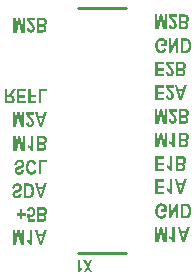
<source format=gbo>
G04*
<<<<<<< HEAD
G04 #@! TF.GenerationSoftware,Altium Limited,Altium Designer,24.2.2 (26)*
=======
G04 #@! TF.GenerationSoftware,Altium Limited,Altium Designer,25.1.2 (22)*
>>>>>>> 613e14270cc375eb23a491e7e857863a29f37ea3
G04*
G04 Layer_Color=32896*
%FSLAX43Y43*%
%MOMM*%
G71*
G04*
<<<<<<< HEAD
G04 #@! TF.SameCoordinates,7AFD8296-B205-43B3-A86C-D23401984E65*
=======
G04 #@! TF.SameCoordinates,67CE9ABA-0E76-4F11-AB49-B23C2CE43B64*
>>>>>>> 613e14270cc375eb23a491e7e857863a29f37ea3
G04*
G04*
G04 #@! TF.FilePolarity,Positive*
G04*
G01*
G75*
%ADD11C,0.254*%
G36*
X45391Y29862D02*
X45079D01*
X44895Y30718D01*
X44709Y29862D01*
X44400D01*
Y31113D01*
X44592D01*
Y30127D01*
X44795Y31113D01*
X44993D01*
X45199Y30127D01*
Y31113D01*
X45391D01*
Y29862D01*
D02*
G37*
G36*
X46218Y30890D02*
X45827D01*
X45839Y30866D01*
X45846Y30855D01*
X45853Y30845D01*
X45859Y30837D01*
X45863Y30830D01*
X45866Y30826D01*
X45867Y30825D01*
X45873Y30818D01*
X45879Y30808D01*
X45896Y30787D01*
X45916Y30765D01*
X45936Y30741D01*
X45956Y30719D01*
X45964Y30709D01*
X45971Y30700D01*
X45978Y30693D01*
X45982Y30687D01*
X45985Y30684D01*
X45986Y30683D01*
X46004Y30662D01*
X46022Y30643D01*
X46053Y30605D01*
X46078Y30575D01*
X46097Y30547D01*
X46106Y30536D01*
X46112Y30526D01*
X46119Y30518D01*
X46124Y30510D01*
X46128Y30504D01*
X46130Y30500D01*
X46132Y30499D01*
Y30497D01*
X46147Y30470D01*
X46160Y30443D01*
X46171Y30420D01*
X46180Y30397D01*
X46187Y30379D01*
X46191Y30365D01*
X46193Y30360D01*
X46194Y30356D01*
X46196Y30354D01*
Y30353D01*
X46203Y30325D01*
X46208Y30299D01*
X46212Y30274D01*
X46215Y30250D01*
X46216Y30231D01*
X46218Y30217D01*
Y30210D01*
Y30206D01*
Y30205D01*
Y30203D01*
X46216Y30178D01*
X46214Y30155D01*
X46211Y30131D01*
X46205Y30109D01*
X46191Y30069D01*
X46185Y30049D01*
X46178Y30033D01*
X46169Y30017D01*
X46162Y30004D01*
X46155Y29992D01*
X46148Y29981D01*
X46143Y29974D01*
X46140Y29967D01*
X46137Y29965D01*
X46136Y29963D01*
X46119Y29945D01*
X46103Y29929D01*
X46083Y29915D01*
X46064Y29902D01*
X46043Y29893D01*
X46022Y29884D01*
X46003Y29876D01*
X45983Y29870D01*
X45965Y29866D01*
X45947Y29863D01*
X45932Y29861D01*
X45918Y29859D01*
X45907Y29858D01*
X45892D01*
X45866Y29859D01*
X45841Y29862D01*
X45816Y29866D01*
X45793Y29872D01*
X45773Y29879D01*
X45753Y29887D01*
X45737Y29894D01*
X45720Y29902D01*
X45706Y29912D01*
X45694Y29919D01*
X45683Y29927D01*
X45674Y29934D01*
X45667Y29940D01*
X45662Y29944D01*
X45659Y29947D01*
X45658Y29948D01*
X45642Y29966D01*
X45627Y29986D01*
X45615Y30006D01*
X45603Y30028D01*
X45585Y30076D01*
X45572Y30120D01*
X45566Y30142D01*
X45562Y30162D01*
X45559Y30180D01*
X45556Y30196D01*
X45555Y30209D01*
X45554Y30219D01*
X45552Y30224D01*
Y30227D01*
X45748Y30252D01*
X45750Y30217D01*
X45756Y30187D01*
X45764Y30162D01*
X45774Y30138D01*
X45785Y30120D01*
X45796Y30103D01*
X45809Y30091D01*
X45821Y30081D01*
X45834Y30073D01*
X45846Y30066D01*
X45857Y30062D01*
X45867Y30059D01*
X45875Y30058D01*
X45882Y30056D01*
X45888D01*
X45909Y30058D01*
X45928Y30063D01*
X45945Y30070D01*
X45958Y30077D01*
X45970Y30085D01*
X45977Y30092D01*
X45982Y30098D01*
X45983Y30099D01*
X45996Y30116D01*
X46006Y30137D01*
X46011Y30156D01*
X46017Y30177D01*
X46020Y30195D01*
X46021Y30209D01*
Y30214D01*
Y30219D01*
Y30221D01*
Y30223D01*
X46020Y30250D01*
X46014Y30278D01*
X46007Y30304D01*
X45999Y30328D01*
X45990Y30347D01*
X45983Y30363D01*
X45981Y30368D01*
X45978Y30371D01*
X45977Y30374D01*
Y30375D01*
X45970Y30386D01*
X45961Y30399D01*
X45950Y30413D01*
X45939Y30428D01*
X45913Y30461D01*
X45885Y30494D01*
X45859Y30525D01*
X45848Y30539D01*
X45836Y30551D01*
X45828Y30561D01*
X45821Y30568D01*
X45817Y30574D01*
X45816Y30575D01*
X45787Y30608D01*
X45759Y30640D01*
X45735Y30671D01*
X45712Y30700D01*
X45692Y30726D01*
X45674Y30750D01*
X45658Y30773D01*
X45644Y30793D01*
X45633Y30811D01*
X45621Y30827D01*
X45613Y30841D01*
X45606Y30852D01*
X45602Y30862D01*
X45598Y30868D01*
X45597Y30872D01*
X45595Y30873D01*
X45576Y30916D01*
X45562Y30959D01*
X45549Y30999D01*
X45541Y31035D01*
X45538Y31052D01*
X45536Y31067D01*
X45533Y31080D01*
X45531Y31091D01*
X45530Y31101D01*
X45529Y31107D01*
Y31112D01*
Y31113D01*
X46218D01*
Y30890D01*
D02*
G37*
G36*
X46820Y31112D02*
X46853D01*
X46884Y31110D01*
X46910Y31109D01*
X46933Y31107D01*
X46954Y31106D01*
X46972Y31105D01*
X46988Y31103D01*
X47000Y31102D01*
X47011D01*
X47018Y31101D01*
X47025Y31099D01*
X47029Y31098D01*
X47032D01*
X47049Y31092D01*
X47065Y31087D01*
X47094Y31070D01*
X47121Y31052D01*
X47143Y31031D01*
X47162Y31013D01*
X47176Y30998D01*
X47180Y30991D01*
X47184Y30987D01*
X47186Y30984D01*
X47187Y30983D01*
X47198Y30965D01*
X47209Y30945D01*
X47226Y30906D01*
X47237Y30868D01*
X47245Y30831D01*
X47248Y30815D01*
X47251Y30800D01*
X47252Y30786D01*
Y30773D01*
X47254Y30765D01*
Y30757D01*
Y30752D01*
Y30751D01*
X47251Y30711D01*
X47245Y30673D01*
X47237Y30641D01*
X47227Y30614D01*
X47222Y30603D01*
X47218Y30592D01*
X47214Y30582D01*
X47209Y30575D01*
X47207Y30569D01*
X47204Y30565D01*
X47201Y30562D01*
Y30561D01*
X47180Y30533D01*
X47157Y30510D01*
X47133Y30490D01*
X47111Y30475D01*
X47092Y30464D01*
X47075Y30456D01*
X47068Y30453D01*
X47064Y30450D01*
X47061Y30449D01*
X47060D01*
X47082Y30433D01*
X47103Y30417D01*
X47121Y30400D01*
X47136Y30382D01*
X47147Y30367D01*
X47157Y30353D01*
X47162Y30345D01*
X47164Y30343D01*
Y30342D01*
X47178Y30314D01*
X47187Y30285D01*
X47194Y30257D01*
X47198Y30232D01*
X47202Y30210D01*
Y30202D01*
X47204Y30194D01*
Y30187D01*
Y30182D01*
Y30180D01*
Y30178D01*
X47202Y30142D01*
X47197Y30109D01*
X47189Y30080D01*
X47180Y30053D01*
X47172Y30031D01*
X47168Y30023D01*
X47164Y30016D01*
X47161Y30010D01*
X47158Y30006D01*
X47157Y30004D01*
Y30002D01*
X47139Y29976D01*
X47119Y29952D01*
X47100Y29934D01*
X47080Y29919D01*
X47065Y29908D01*
X47051Y29900D01*
X47043Y29895D01*
X47042Y29894D01*
X47040D01*
X47026Y29888D01*
X47011Y29883D01*
X46993Y29879D01*
X46975Y29876D01*
X46936Y29870D01*
X46897Y29866D01*
X46878Y29865D01*
X46861Y29863D01*
X46846D01*
X46832Y29862D01*
X46394D01*
Y31113D01*
X46782D01*
X46820Y31112D01*
D02*
G37*
G36*
X44966Y29110D02*
X45010Y29105D01*
X45052Y29095D01*
X45071Y29089D01*
X45089Y29084D01*
X45106Y29080D01*
X45121Y29074D01*
X45135Y29069D01*
X45146Y29064D01*
X45154Y29062D01*
X45161Y29059D01*
X45165Y29056D01*
X45167D01*
X45211Y29034D01*
X45230Y29023D01*
X45250Y29010D01*
X45266Y28999D01*
X45283Y28988D01*
X45297Y28977D01*
X45309Y28967D01*
X45322Y28958D01*
X45332Y28948D01*
X45340Y28940D01*
X45347Y28934D01*
X45352Y28927D01*
X45357Y28923D01*
X45358Y28922D01*
X45359Y28920D01*
Y28421D01*
X44913D01*
Y28633D01*
X45150D01*
Y28791D01*
X45131Y28809D01*
X45110Y28825D01*
X45090Y28838D01*
X45072Y28848D01*
X45056Y28858D01*
X45043Y28863D01*
X45035Y28868D01*
X45033Y28869D01*
X45032D01*
X45009Y28879D01*
X44985Y28886D01*
X44964Y28890D01*
X44945Y28892D01*
X44929Y28895D01*
X44917Y28897D01*
X44907D01*
X44884Y28895D01*
X44862Y28892D01*
X44839Y28887D01*
X44820Y28881D01*
X44802Y28873D01*
X44785Y28865D01*
X44769Y28855D01*
X44755Y28845D01*
X44742Y28837D01*
X44731Y28827D01*
X44723Y28819D01*
X44715Y28811D01*
X44709Y28805D01*
X44705Y28800D01*
X44702Y28797D01*
X44701Y28795D01*
X44685Y28772D01*
X44672Y28747D01*
X44660Y28721D01*
X44651Y28693D01*
X44642Y28664D01*
X44634Y28636D01*
X44624Y28580D01*
X44620Y28554D01*
X44617Y28531D01*
X44616Y28508D01*
X44615Y28490D01*
X44613Y28475D01*
Y28463D01*
Y28456D01*
Y28453D01*
X44615Y28414D01*
X44617Y28379D01*
X44620Y28346D01*
X44626Y28316D01*
X44633Y28286D01*
X44640Y28261D01*
X44647Y28238D01*
X44655Y28217D01*
X44662Y28199D01*
X44669Y28182D01*
X44676Y28170D01*
X44683Y28159D01*
X44688Y28151D01*
X44691Y28144D01*
X44694Y28141D01*
X44695Y28139D01*
X44710Y28121D01*
X44728Y28106D01*
X44745Y28092D01*
X44763Y28080D01*
X44781Y28070D01*
X44799Y28062D01*
X44816Y28055D01*
X44832Y28049D01*
X44848Y28045D01*
X44863Y28042D01*
X44875Y28040D01*
X44886Y28038D01*
X44896Y28037D01*
X44909D01*
X44939Y28040D01*
X44967Y28045D01*
X44992Y28053D01*
X45013Y28062D01*
X45031Y28071D01*
X45043Y28080D01*
X45052Y28085D01*
X45054Y28088D01*
X45076Y28109D01*
X45095Y28133D01*
X45108Y28157D01*
X45121Y28181D01*
X45129Y28202D01*
X45133Y28212D01*
X45136Y28220D01*
X45137Y28225D01*
X45139Y28231D01*
X45140Y28234D01*
Y28235D01*
X45346Y28188D01*
X45339Y28155D01*
X45330Y28124D01*
X45321Y28096D01*
X45309Y28069D01*
X45298Y28045D01*
X45286Y28023D01*
X45275Y28002D01*
X45262Y27984D01*
X45250Y27967D01*
X45240Y27954D01*
X45229Y27941D01*
X45221Y27931D01*
X45214Y27924D01*
X45208Y27919D01*
X45204Y27916D01*
X45203Y27915D01*
X45180Y27898D01*
X45158Y27884D01*
X45135Y27870D01*
X45110Y27861D01*
X45085Y27851D01*
X45061Y27844D01*
X45014Y27832D01*
X44992Y27829D01*
X44972Y27826D01*
X44954Y27823D01*
X44939Y27822D01*
X44927Y27820D01*
X44909D01*
X44881Y27822D01*
X44853Y27823D01*
X44828Y27827D01*
X44803Y27832D01*
X44780Y27837D01*
X44759Y27844D01*
X44738Y27851D01*
X44720Y27857D01*
X44703Y27863D01*
X44690Y27870D01*
X44677Y27877D01*
X44666Y27883D01*
X44658Y27887D01*
X44652Y27891D01*
X44648Y27893D01*
X44647Y27894D01*
X44627Y27908D01*
X44608Y27924D01*
X44573Y27959D01*
X44541Y27995D01*
X44516Y28030D01*
X44505Y28047D01*
X44495Y28063D01*
X44487Y28077D01*
X44480Y28090D01*
X44475Y28099D01*
X44470Y28106D01*
X44469Y28112D01*
X44468Y28113D01*
X44455Y28141D01*
X44445Y28170D01*
X44436Y28199D01*
X44429Y28230D01*
X44416Y28288D01*
X44412Y28317D01*
X44408Y28343D01*
X44405Y28370D01*
X44404Y28392D01*
X44402Y28413D01*
X44401Y28431D01*
X44400Y28446D01*
Y28456D01*
Y28463D01*
Y28465D01*
X44401Y28503D01*
X44402Y28537D01*
X44405Y28572D01*
X44411Y28605D01*
X44415Y28636D01*
X44421Y28665D01*
X44427Y28691D01*
X44433Y28716D01*
X44440Y28739D01*
X44445Y28758D01*
X44451Y28775D01*
X44457Y28790D01*
X44461Y28801D01*
X44463Y28809D01*
X44465Y28815D01*
X44466Y28816D01*
X44480Y28843D01*
X44494Y28869D01*
X44509Y28892D01*
X44523Y28913D01*
X44540Y28934D01*
X44555Y28952D01*
X44569Y28969D01*
X44584Y28984D01*
X44598Y28997D01*
X44610Y29008D01*
X44622Y29017D01*
X44631Y29026D01*
X44640Y29031D01*
X44645Y29035D01*
X44649Y29038D01*
X44651Y29040D01*
X44673Y29052D01*
X44695Y29063D01*
X44719Y29074D01*
X44742Y29083D01*
X44787Y29095D01*
X44828Y29103D01*
X44848Y29107D01*
X44864Y29109D01*
X44880Y29110D01*
X44893Y29112D01*
X44903Y29113D01*
X44918D01*
X44966Y29110D01*
D02*
G37*
G36*
X46368Y27841D02*
X46175D01*
Y28678D01*
X45755Y27841D01*
X45554D01*
Y29092D01*
X45746D01*
Y28277D01*
X46158Y29092D01*
X46368D01*
Y27841D01*
D02*
G37*
G36*
X47015Y29091D02*
X47055Y29087D01*
X47090Y29081D01*
X47105Y29078D01*
X47119Y29074D01*
X47132Y29071D01*
X47143Y29069D01*
X47153Y29066D01*
X47161Y29063D01*
X47166Y29060D01*
X47171Y29059D01*
X47173Y29058D01*
X47175D01*
X47204Y29042D01*
X47230Y29026D01*
X47254Y29008D01*
X47273Y28991D01*
X47290Y28976D01*
X47302Y28963D01*
X47309Y28955D01*
X47312Y28954D01*
Y28952D01*
X47333Y28924D01*
X47351Y28894D01*
X47366Y28862D01*
X47380Y28831D01*
X47391Y28805D01*
X47395Y28793D01*
X47398Y28783D01*
X47401Y28775D01*
X47404Y28769D01*
X47405Y28765D01*
Y28764D01*
X47417Y28716D01*
X47427Y28668D01*
X47433Y28621D01*
X47435Y28598D01*
X47438Y28576D01*
X47440Y28557D01*
X47441Y28539D01*
Y28522D01*
X47442Y28508D01*
Y28496D01*
Y28488D01*
Y28482D01*
Y28481D01*
Y28447D01*
X47441Y28415D01*
X47440Y28386D01*
X47437Y28357D01*
X47434Y28331D01*
X47431Y28306D01*
X47427Y28284D01*
X47424Y28263D01*
X47422Y28243D01*
X47417Y28227D01*
X47415Y28213D01*
X47412Y28202D01*
X47409Y28192D01*
X47408Y28185D01*
X47406Y28181D01*
Y28180D01*
X47392Y28137D01*
X47377Y28098D01*
X47361Y28063D01*
X47352Y28049D01*
X47345Y28035D01*
X47337Y28023D01*
X47331Y28013D01*
X47325Y28004D01*
X47319Y27997D01*
X47315Y27991D01*
X47312Y27986D01*
X47311Y27984D01*
X47309Y27983D01*
X47286Y27956D01*
X47262Y27934D01*
X47240Y27915D01*
X47219Y27900D01*
X47201Y27888D01*
X47187Y27880D01*
X47182Y27877D01*
X47178Y27876D01*
X47176Y27875D01*
X47175D01*
X47161Y27869D01*
X47144Y27863D01*
X47111Y27855D01*
X47075Y27850D01*
X47040Y27845D01*
X47024Y27844D01*
X47008Y27843D01*
X46996D01*
X46983Y27841D01*
X46583D01*
Y29092D01*
X46971D01*
X47015Y29091D01*
D02*
G37*
G36*
X45975Y26890D02*
X45584D01*
X45597Y26866D01*
X45603Y26855D01*
X45610Y26845D01*
X45616Y26837D01*
X45620Y26830D01*
X45623Y26826D01*
X45624Y26825D01*
X45630Y26818D01*
X45637Y26808D01*
X45653Y26787D01*
X45673Y26765D01*
X45694Y26741D01*
X45713Y26719D01*
X45721Y26709D01*
X45728Y26700D01*
X45735Y26693D01*
X45739Y26687D01*
X45742Y26684D01*
X45744Y26683D01*
X45762Y26662D01*
X45780Y26643D01*
X45810Y26605D01*
X45835Y26575D01*
X45854Y26547D01*
X45863Y26536D01*
X45870Y26526D01*
X45877Y26518D01*
X45881Y26510D01*
X45885Y26504D01*
X45888Y26500D01*
X45889Y26499D01*
Y26497D01*
X45904Y26470D01*
X45917Y26443D01*
X45928Y26420D01*
X45938Y26397D01*
X45945Y26379D01*
X45949Y26365D01*
X45950Y26360D01*
X45952Y26356D01*
X45953Y26354D01*
Y26353D01*
X45960Y26325D01*
X45965Y26299D01*
X45970Y26274D01*
X45972Y26250D01*
X45974Y26231D01*
X45975Y26217D01*
Y26210D01*
Y26206D01*
Y26205D01*
Y26203D01*
X45974Y26178D01*
X45971Y26155D01*
X45968Y26131D01*
X45963Y26109D01*
X45949Y26069D01*
X45942Y26049D01*
X45935Y26033D01*
X45927Y26017D01*
X45920Y26004D01*
X45913Y25992D01*
X45906Y25981D01*
X45900Y25974D01*
X45897Y25967D01*
X45895Y25965D01*
X45893Y25963D01*
X45877Y25945D01*
X45860Y25929D01*
X45841Y25915D01*
X45821Y25902D01*
X45800Y25893D01*
X45780Y25884D01*
X45760Y25876D01*
X45741Y25870D01*
X45723Y25866D01*
X45705Y25863D01*
X45689Y25861D01*
X45676Y25859D01*
X45664Y25858D01*
X45649D01*
X45623Y25859D01*
X45598Y25862D01*
X45573Y25866D01*
X45551Y25872D01*
X45530Y25879D01*
X45511Y25887D01*
X45494Y25894D01*
X45477Y25902D01*
X45463Y25912D01*
X45451Y25919D01*
X45440Y25927D01*
X45431Y25934D01*
X45425Y25940D01*
X45419Y25944D01*
X45416Y25947D01*
X45415Y25948D01*
X45400Y25966D01*
X45384Y25986D01*
X45372Y26006D01*
X45361Y26028D01*
X45343Y26076D01*
X45329Y26120D01*
X45323Y26142D01*
X45319Y26162D01*
X45316Y26180D01*
X45314Y26196D01*
X45312Y26209D01*
X45311Y26218D01*
X45309Y26224D01*
Y26227D01*
X45505Y26252D01*
X45508Y26217D01*
X45513Y26187D01*
X45522Y26162D01*
X45531Y26138D01*
X45542Y26120D01*
X45554Y26103D01*
X45566Y26091D01*
X45579Y26081D01*
X45591Y26073D01*
X45603Y26066D01*
X45615Y26062D01*
X45624Y26059D01*
X45633Y26058D01*
X45640Y26056D01*
X45645D01*
X45666Y26058D01*
X45685Y26063D01*
X45702Y26070D01*
X45716Y26077D01*
X45727Y26085D01*
X45734Y26092D01*
X45739Y26098D01*
X45741Y26099D01*
X45753Y26116D01*
X45763Y26137D01*
X45769Y26156D01*
X45774Y26177D01*
X45777Y26195D01*
X45778Y26209D01*
Y26214D01*
Y26218D01*
Y26221D01*
Y26223D01*
X45777Y26250D01*
X45771Y26278D01*
X45764Y26304D01*
X45756Y26328D01*
X45748Y26347D01*
X45741Y26363D01*
X45738Y26368D01*
X45735Y26371D01*
X45734Y26374D01*
Y26375D01*
X45727Y26386D01*
X45719Y26399D01*
X45707Y26413D01*
X45696Y26428D01*
X45670Y26461D01*
X45642Y26494D01*
X45616Y26525D01*
X45605Y26539D01*
X45594Y26551D01*
X45585Y26561D01*
X45579Y26568D01*
X45574Y26574D01*
X45573Y26575D01*
X45544Y26608D01*
X45516Y26640D01*
X45493Y26671D01*
X45469Y26700D01*
X45450Y26726D01*
X45431Y26750D01*
X45415Y26773D01*
X45401Y26793D01*
X45390Y26811D01*
X45379Y26827D01*
X45370Y26841D01*
X45364Y26852D01*
X45359Y26862D01*
X45355Y26868D01*
X45354Y26872D01*
X45352Y26873D01*
X45333Y26916D01*
X45319Y26959D01*
X45307Y26999D01*
X45298Y27035D01*
X45296Y27052D01*
X45293Y27067D01*
X45290Y27080D01*
X45289Y27091D01*
X45287Y27101D01*
X45286Y27107D01*
Y27112D01*
Y27113D01*
X45975D01*
Y26890D01*
D02*
G37*
G36*
X46577Y27112D02*
X46610D01*
X46641Y27110D01*
X46667Y27109D01*
X46691Y27107D01*
X46712Y27106D01*
X46730Y27105D01*
X46745Y27103D01*
X46757Y27102D01*
X46768D01*
X46775Y27101D01*
X46782Y27099D01*
X46786Y27098D01*
X46789D01*
X46806Y27092D01*
X46822Y27087D01*
X46852Y27070D01*
X46878Y27052D01*
X46900Y27031D01*
X46920Y27013D01*
X46933Y26998D01*
X46938Y26991D01*
X46942Y26987D01*
X46943Y26984D01*
X46945Y26983D01*
X46956Y26965D01*
X46967Y26945D01*
X46983Y26906D01*
X46994Y26868D01*
X47003Y26831D01*
X47006Y26815D01*
X47008Y26800D01*
X47010Y26786D01*
Y26773D01*
X47011Y26765D01*
Y26757D01*
Y26752D01*
Y26751D01*
X47008Y26711D01*
X47003Y26673D01*
X46994Y26641D01*
X46985Y26614D01*
X46979Y26603D01*
X46975Y26592D01*
X46971Y26582D01*
X46967Y26575D01*
X46964Y26569D01*
X46961Y26565D01*
X46958Y26562D01*
Y26561D01*
X46938Y26533D01*
X46914Y26510D01*
X46890Y26490D01*
X46868Y26475D01*
X46849Y26464D01*
X46832Y26456D01*
X46825Y26453D01*
X46821Y26450D01*
X46818Y26449D01*
X46817D01*
X46839Y26433D01*
X46860Y26417D01*
X46878Y26400D01*
X46893Y26382D01*
X46904Y26367D01*
X46914Y26353D01*
X46920Y26345D01*
X46921Y26343D01*
Y26342D01*
X46935Y26314D01*
X46945Y26285D01*
X46951Y26257D01*
X46956Y26232D01*
X46960Y26210D01*
Y26202D01*
X46961Y26194D01*
Y26187D01*
Y26182D01*
Y26180D01*
Y26178D01*
X46960Y26142D01*
X46954Y26109D01*
X46946Y26080D01*
X46938Y26053D01*
X46929Y26031D01*
X46925Y26023D01*
X46921Y26016D01*
X46918Y26010D01*
X46915Y26006D01*
X46914Y26004D01*
Y26002D01*
X46896Y25976D01*
X46877Y25952D01*
X46857Y25934D01*
X46838Y25919D01*
X46822Y25908D01*
X46809Y25900D01*
X46800Y25895D01*
X46799Y25894D01*
X46798D01*
X46784Y25888D01*
X46768Y25883D01*
X46750Y25879D01*
X46732Y25876D01*
X46694Y25870D01*
X46655Y25866D01*
X46635Y25865D01*
X46619Y25863D01*
X46603D01*
X46590Y25862D01*
X46151D01*
Y27113D01*
X46540D01*
X46577Y27112D01*
D02*
G37*
G36*
X45179Y26901D02*
X44606D01*
Y26562D01*
X45121D01*
Y26352D01*
X44606D01*
Y26074D01*
X45160D01*
Y25862D01*
X44400D01*
Y27113D01*
X45179D01*
Y26901D01*
D02*
G37*
G36*
X46666Y23862D02*
X46445D01*
X46047Y25113D01*
X46266D01*
X46351Y24830D01*
X46761D01*
X46850Y25113D01*
X47076D01*
X46666Y23862D01*
D02*
G37*
G36*
X45975Y24890D02*
X45584D01*
X45597Y24866D01*
X45603Y24855D01*
X45610Y24845D01*
X45616Y24837D01*
X45620Y24830D01*
X45623Y24826D01*
X45624Y24825D01*
X45630Y24818D01*
X45637Y24808D01*
X45653Y24787D01*
X45673Y24765D01*
X45694Y24741D01*
X45713Y24719D01*
X45721Y24709D01*
X45728Y24700D01*
X45735Y24693D01*
X45739Y24687D01*
X45742Y24684D01*
X45744Y24683D01*
X45762Y24662D01*
X45780Y24643D01*
X45810Y24605D01*
X45835Y24575D01*
X45854Y24547D01*
X45863Y24536D01*
X45870Y24526D01*
X45877Y24518D01*
X45881Y24510D01*
X45885Y24504D01*
X45888Y24500D01*
X45889Y24499D01*
Y24497D01*
X45904Y24470D01*
X45917Y24443D01*
X45928Y24420D01*
X45938Y24397D01*
X45945Y24379D01*
X45949Y24365D01*
X45950Y24360D01*
X45952Y24356D01*
X45953Y24354D01*
Y24353D01*
X45960Y24325D01*
X45965Y24299D01*
X45970Y24274D01*
X45972Y24250D01*
X45974Y24231D01*
X45975Y24217D01*
Y24210D01*
Y24206D01*
Y24205D01*
Y24203D01*
X45974Y24178D01*
X45971Y24155D01*
X45968Y24131D01*
X45963Y24109D01*
X45949Y24069D01*
X45942Y24049D01*
X45935Y24033D01*
X45927Y24017D01*
X45920Y24004D01*
X45913Y23992D01*
X45906Y23981D01*
X45900Y23974D01*
X45897Y23967D01*
X45895Y23965D01*
X45893Y23963D01*
X45877Y23945D01*
X45860Y23929D01*
X45841Y23915D01*
X45821Y23902D01*
X45800Y23893D01*
X45780Y23884D01*
X45760Y23876D01*
X45741Y23870D01*
X45723Y23866D01*
X45705Y23863D01*
X45689Y23861D01*
X45676Y23859D01*
X45664Y23858D01*
X45649D01*
X45623Y23859D01*
X45598Y23862D01*
X45573Y23866D01*
X45551Y23872D01*
X45530Y23879D01*
X45511Y23887D01*
X45494Y23894D01*
X45477Y23902D01*
X45463Y23912D01*
X45451Y23919D01*
X45440Y23927D01*
X45431Y23934D01*
X45425Y23940D01*
X45419Y23944D01*
X45416Y23947D01*
X45415Y23948D01*
X45400Y23966D01*
X45384Y23986D01*
X45372Y24006D01*
X45361Y24028D01*
X45343Y24076D01*
X45329Y24120D01*
X45323Y24142D01*
X45319Y24162D01*
X45316Y24180D01*
X45314Y24196D01*
X45312Y24209D01*
X45311Y24218D01*
X45309Y24224D01*
Y24227D01*
X45505Y24252D01*
X45508Y24217D01*
X45513Y24187D01*
X45522Y24162D01*
X45531Y24138D01*
X45542Y24120D01*
X45554Y24103D01*
X45566Y24091D01*
X45579Y24081D01*
X45591Y24073D01*
X45603Y24066D01*
X45615Y24062D01*
X45624Y24059D01*
X45633Y24058D01*
X45640Y24056D01*
X45645D01*
X45666Y24058D01*
X45685Y24063D01*
X45702Y24070D01*
X45716Y24077D01*
X45727Y24085D01*
X45734Y24092D01*
X45739Y24098D01*
X45741Y24099D01*
X45753Y24116D01*
X45763Y24137D01*
X45769Y24156D01*
X45774Y24177D01*
X45777Y24195D01*
X45778Y24209D01*
Y24214D01*
Y24218D01*
Y24221D01*
Y24223D01*
X45777Y24250D01*
X45771Y24278D01*
X45764Y24304D01*
X45756Y24328D01*
X45748Y24347D01*
X45741Y24363D01*
X45738Y24368D01*
X45735Y24371D01*
X45734Y24374D01*
Y24375D01*
X45727Y24386D01*
X45719Y24399D01*
X45707Y24413D01*
X45696Y24428D01*
X45670Y24461D01*
X45642Y24494D01*
X45616Y24525D01*
X45605Y24539D01*
X45594Y24551D01*
X45585Y24561D01*
X45579Y24568D01*
X45574Y24574D01*
X45573Y24575D01*
X45544Y24608D01*
X45516Y24640D01*
X45493Y24671D01*
X45469Y24700D01*
X45450Y24726D01*
X45431Y24750D01*
X45415Y24773D01*
X45401Y24793D01*
X45390Y24811D01*
X45379Y24827D01*
X45370Y24841D01*
X45364Y24852D01*
X45359Y24862D01*
X45355Y24868D01*
X45354Y24872D01*
X45352Y24873D01*
X45333Y24916D01*
X45319Y24959D01*
X45307Y24999D01*
X45298Y25035D01*
X45296Y25052D01*
X45293Y25067D01*
X45290Y25080D01*
X45289Y25091D01*
X45287Y25101D01*
X45286Y25107D01*
Y25112D01*
Y25113D01*
X45975D01*
Y24890D01*
D02*
G37*
G36*
X45179Y24901D02*
X44606D01*
Y24562D01*
X45121D01*
Y24352D01*
X44606D01*
Y24074D01*
X45160D01*
Y23862D01*
X44400D01*
Y25113D01*
X45179D01*
Y24901D01*
D02*
G37*
G36*
X45391Y21862D02*
X45079D01*
X44895Y22718D01*
X44709Y21862D01*
X44400D01*
Y23113D01*
X44592D01*
Y22127D01*
X44795Y23113D01*
X44993D01*
X45199Y22127D01*
Y23113D01*
X45391D01*
Y21862D01*
D02*
G37*
G36*
X46218Y22890D02*
X45827D01*
X45839Y22866D01*
X45846Y22855D01*
X45853Y22845D01*
X45859Y22837D01*
X45863Y22830D01*
X45866Y22826D01*
X45867Y22825D01*
X45873Y22818D01*
X45879Y22808D01*
X45896Y22787D01*
X45916Y22765D01*
X45936Y22741D01*
X45956Y22719D01*
X45964Y22709D01*
X45971Y22700D01*
X45978Y22693D01*
X45982Y22687D01*
X45985Y22684D01*
X45986Y22683D01*
X46004Y22662D01*
X46022Y22643D01*
X46053Y22605D01*
X46078Y22575D01*
X46097Y22547D01*
X46106Y22536D01*
X46112Y22526D01*
X46119Y22518D01*
X46124Y22510D01*
X46128Y22504D01*
X46130Y22500D01*
X46132Y22499D01*
Y22497D01*
X46147Y22470D01*
X46160Y22443D01*
X46171Y22420D01*
X46180Y22397D01*
X46187Y22379D01*
X46191Y22365D01*
X46193Y22360D01*
X46194Y22356D01*
X46196Y22354D01*
Y22353D01*
X46203Y22325D01*
X46208Y22299D01*
X46212Y22274D01*
X46215Y22250D01*
X46216Y22231D01*
X46218Y22217D01*
Y22210D01*
Y22206D01*
Y22205D01*
Y22203D01*
X46216Y22178D01*
X46214Y22155D01*
X46211Y22131D01*
X46205Y22109D01*
X46191Y22069D01*
X46185Y22049D01*
X46178Y22033D01*
X46169Y22017D01*
X46162Y22004D01*
X46155Y21992D01*
X46148Y21981D01*
X46143Y21974D01*
X46140Y21967D01*
X46137Y21965D01*
X46136Y21963D01*
X46119Y21945D01*
X46103Y21929D01*
X46083Y21915D01*
X46064Y21902D01*
X46043Y21893D01*
X46022Y21884D01*
X46003Y21876D01*
X45983Y21870D01*
X45965Y21866D01*
X45947Y21863D01*
X45932Y21861D01*
X45918Y21859D01*
X45907Y21858D01*
X45892D01*
X45866Y21859D01*
X45841Y21862D01*
X45816Y21866D01*
X45793Y21872D01*
X45773Y21879D01*
X45753Y21887D01*
X45737Y21894D01*
X45720Y21902D01*
X45706Y21912D01*
X45694Y21919D01*
X45683Y21927D01*
X45674Y21934D01*
X45667Y21940D01*
X45662Y21944D01*
X45659Y21947D01*
X45658Y21948D01*
X45642Y21966D01*
X45627Y21986D01*
X45615Y22006D01*
X45603Y22028D01*
X45585Y22076D01*
X45572Y22120D01*
X45566Y22142D01*
X45562Y22162D01*
X45559Y22180D01*
X45556Y22196D01*
X45555Y22209D01*
X45554Y22218D01*
X45552Y22224D01*
Y22227D01*
X45748Y22252D01*
X45750Y22217D01*
X45756Y22187D01*
X45764Y22162D01*
X45774Y22138D01*
X45785Y22120D01*
X45796Y22103D01*
X45809Y22091D01*
X45821Y22081D01*
X45834Y22073D01*
X45846Y22066D01*
X45857Y22062D01*
X45867Y22059D01*
X45875Y22058D01*
X45882Y22056D01*
X45888D01*
X45909Y22058D01*
X45928Y22063D01*
X45945Y22070D01*
X45958Y22077D01*
X45970Y22085D01*
X45977Y22092D01*
X45982Y22098D01*
X45983Y22099D01*
X45996Y22116D01*
X46006Y22137D01*
X46011Y22156D01*
X46017Y22177D01*
X46020Y22195D01*
X46021Y22209D01*
Y22214D01*
Y22218D01*
Y22221D01*
Y22223D01*
X46020Y22250D01*
X46014Y22278D01*
X46007Y22304D01*
X45999Y22328D01*
X45990Y22347D01*
X45983Y22363D01*
X45981Y22368D01*
X45978Y22371D01*
X45977Y22374D01*
Y22375D01*
X45970Y22386D01*
X45961Y22399D01*
X45950Y22413D01*
X45939Y22428D01*
X45913Y22461D01*
X45885Y22494D01*
X45859Y22525D01*
X45848Y22539D01*
X45836Y22551D01*
X45828Y22561D01*
X45821Y22568D01*
X45817Y22574D01*
X45816Y22575D01*
X45787Y22608D01*
X45759Y22640D01*
X45735Y22671D01*
X45712Y22700D01*
X45692Y22726D01*
X45674Y22750D01*
X45658Y22773D01*
X45644Y22793D01*
X45633Y22811D01*
X45621Y22827D01*
X45613Y22841D01*
X45606Y22852D01*
X45602Y22862D01*
X45598Y22868D01*
X45597Y22872D01*
X45595Y22873D01*
X45576Y22916D01*
X45562Y22959D01*
X45549Y22999D01*
X45541Y23035D01*
X45538Y23052D01*
X45536Y23067D01*
X45533Y23080D01*
X45531Y23091D01*
X45530Y23101D01*
X45529Y23107D01*
Y23112D01*
Y23113D01*
X46218D01*
Y22890D01*
D02*
G37*
G36*
X46820Y23112D02*
X46853D01*
X46884Y23110D01*
X46910Y23109D01*
X46933Y23107D01*
X46954Y23106D01*
X46972Y23105D01*
X46988Y23103D01*
X47000Y23102D01*
X47011D01*
X47018Y23101D01*
X47025Y23099D01*
X47029Y23098D01*
X47032D01*
X47049Y23092D01*
X47065Y23087D01*
X47094Y23070D01*
X47121Y23052D01*
X47143Y23031D01*
X47162Y23013D01*
X47176Y22998D01*
X47180Y22991D01*
X47184Y22987D01*
X47186Y22984D01*
X47187Y22983D01*
X47198Y22965D01*
X47209Y22945D01*
X47226Y22906D01*
X47237Y22868D01*
X47245Y22831D01*
X47248Y22815D01*
X47251Y22800D01*
X47252Y22786D01*
Y22773D01*
X47254Y22765D01*
Y22757D01*
Y22752D01*
Y22751D01*
X47251Y22711D01*
X47245Y22673D01*
X47237Y22641D01*
X47227Y22614D01*
X47222Y22603D01*
X47218Y22592D01*
X47214Y22582D01*
X47209Y22575D01*
X47207Y22569D01*
X47204Y22565D01*
X47201Y22562D01*
Y22561D01*
X47180Y22533D01*
X47157Y22510D01*
X47133Y22490D01*
X47111Y22475D01*
X47092Y22464D01*
X47075Y22456D01*
X47068Y22453D01*
X47064Y22450D01*
X47061Y22449D01*
X47060D01*
X47082Y22433D01*
X47103Y22417D01*
X47121Y22400D01*
X47136Y22382D01*
X47147Y22367D01*
X47157Y22353D01*
X47162Y22345D01*
X47164Y22343D01*
Y22342D01*
X47178Y22314D01*
X47187Y22285D01*
X47194Y22257D01*
X47198Y22232D01*
X47202Y22210D01*
Y22202D01*
X47204Y22194D01*
Y22187D01*
Y22182D01*
Y22180D01*
Y22178D01*
X47202Y22142D01*
X47197Y22109D01*
X47189Y22080D01*
X47180Y22053D01*
X47172Y22031D01*
X47168Y22023D01*
X47164Y22016D01*
X47161Y22010D01*
X47158Y22006D01*
X47157Y22004D01*
Y22002D01*
X47139Y21976D01*
X47119Y21952D01*
X47100Y21934D01*
X47080Y21919D01*
X47065Y21908D01*
X47051Y21900D01*
X47043Y21895D01*
X47042Y21894D01*
X47040D01*
X47026Y21888D01*
X47011Y21883D01*
X46993Y21879D01*
X46975Y21876D01*
X46936Y21870D01*
X46897Y21866D01*
X46878Y21865D01*
X46861Y21863D01*
X46846D01*
X46832Y21862D01*
X46394D01*
Y23113D01*
X46782D01*
X46820Y23112D01*
D02*
G37*
G36*
X46057Y19858D02*
X45897D01*
X45882Y19898D01*
X45864Y19936D01*
X45843Y19970D01*
X45824Y19999D01*
X45814Y20012D01*
X45805Y20023D01*
X45796Y20033D01*
X45789Y20041D01*
X45784Y20048D01*
X45780Y20052D01*
X45777Y20055D01*
X45775Y20056D01*
X45744Y20085D01*
X45712Y20110D01*
X45684Y20130D01*
X45658Y20146D01*
X45637Y20157D01*
X45628Y20163D01*
X45620Y20166D01*
X45615Y20169D01*
X45610Y20171D01*
X45608Y20173D01*
X45606D01*
Y20390D01*
X45633Y20379D01*
X45658Y20367D01*
X45706Y20338D01*
X45728Y20323D01*
X45749Y20309D01*
X45769Y20293D01*
X45787Y20278D01*
X45803Y20264D01*
X45817Y20252D01*
X45830Y20239D01*
X45841Y20230D01*
X45849Y20221D01*
X45854Y20214D01*
X45859Y20210D01*
X45860Y20209D01*
Y21113D01*
X46057D01*
Y19858D01*
D02*
G37*
G36*
X45391Y19862D02*
X45079D01*
X44895Y20718D01*
X44709Y19862D01*
X44400D01*
Y21113D01*
X44592D01*
Y20127D01*
X44795Y21113D01*
X44993D01*
X45199Y20127D01*
Y21113D01*
X45391D01*
Y19862D01*
D02*
G37*
G36*
X46820Y21112D02*
X46853D01*
X46884Y21110D01*
X46910Y21109D01*
X46933Y21107D01*
X46954Y21106D01*
X46972Y21105D01*
X46988Y21103D01*
X47000Y21102D01*
X47011D01*
X47018Y21101D01*
X47025Y21099D01*
X47029Y21098D01*
X47032D01*
X47049Y21092D01*
X47065Y21087D01*
X47094Y21070D01*
X47121Y21052D01*
X47143Y21031D01*
X47162Y21013D01*
X47176Y20998D01*
X47180Y20991D01*
X47184Y20987D01*
X47186Y20984D01*
X47187Y20983D01*
X47198Y20965D01*
X47209Y20945D01*
X47226Y20906D01*
X47237Y20868D01*
X47245Y20831D01*
X47248Y20815D01*
X47251Y20800D01*
X47252Y20786D01*
Y20773D01*
X47254Y20765D01*
Y20757D01*
Y20752D01*
Y20751D01*
X47251Y20711D01*
X47245Y20673D01*
X47237Y20641D01*
X47227Y20614D01*
X47222Y20603D01*
X47218Y20592D01*
X47214Y20582D01*
X47209Y20575D01*
X47207Y20569D01*
X47204Y20565D01*
X47201Y20562D01*
Y20561D01*
X47180Y20533D01*
X47157Y20510D01*
X47133Y20490D01*
X47111Y20475D01*
X47092Y20464D01*
X47075Y20456D01*
X47068Y20453D01*
X47064Y20450D01*
X47061Y20449D01*
X47060D01*
X47082Y20433D01*
X47103Y20417D01*
X47121Y20400D01*
X47136Y20382D01*
X47147Y20367D01*
X47157Y20353D01*
X47162Y20345D01*
X47164Y20343D01*
Y20342D01*
X47178Y20314D01*
X47187Y20285D01*
X47194Y20257D01*
X47198Y20232D01*
X47202Y20210D01*
Y20202D01*
X47204Y20194D01*
Y20187D01*
Y20182D01*
Y20180D01*
Y20178D01*
X47202Y20142D01*
X47197Y20109D01*
X47189Y20080D01*
X47180Y20053D01*
X47172Y20031D01*
X47168Y20023D01*
X47164Y20016D01*
X47161Y20010D01*
X47158Y20006D01*
X47157Y20004D01*
Y20002D01*
X47139Y19976D01*
X47119Y19952D01*
X47100Y19934D01*
X47080Y19919D01*
X47065Y19908D01*
X47051Y19900D01*
X47043Y19895D01*
X47042Y19894D01*
X47040D01*
X47026Y19888D01*
X47011Y19883D01*
X46993Y19879D01*
X46975Y19876D01*
X46936Y19870D01*
X46897Y19866D01*
X46878Y19865D01*
X46861Y19863D01*
X46846D01*
X46832Y19862D01*
X46394D01*
Y21113D01*
X46782D01*
X46820Y21112D01*
D02*
G37*
G36*
X45814Y17852D02*
X45655D01*
X45640Y17892D01*
X45621Y17930D01*
X45601Y17964D01*
X45581Y17993D01*
X45572Y18006D01*
X45562Y18017D01*
X45554Y18027D01*
X45547Y18035D01*
X45541Y18042D01*
X45537Y18046D01*
X45534Y18049D01*
X45533Y18050D01*
X45501Y18079D01*
X45469Y18104D01*
X45441Y18124D01*
X45415Y18140D01*
X45394Y18151D01*
X45386Y18157D01*
X45377Y18160D01*
X45372Y18163D01*
X45368Y18165D01*
X45365Y18167D01*
X45364D01*
Y18384D01*
X45390Y18373D01*
X45415Y18361D01*
X45463Y18332D01*
X45486Y18316D01*
X45506Y18303D01*
X45526Y18287D01*
X45544Y18272D01*
X45560Y18258D01*
X45574Y18246D01*
X45587Y18233D01*
X45598Y18224D01*
X45606Y18215D01*
X45612Y18208D01*
X45616Y18204D01*
X45617Y18203D01*
Y19107D01*
X45814D01*
Y17852D01*
D02*
G37*
G36*
X46577Y19106D02*
X46610D01*
X46641Y19104D01*
X46667Y19103D01*
X46691Y19101D01*
X46712Y19100D01*
X46730Y19099D01*
X46745Y19097D01*
X46757Y19096D01*
X46768D01*
X46775Y19095D01*
X46782Y19093D01*
X46786Y19092D01*
X46789D01*
X46806Y19086D01*
X46822Y19081D01*
X46852Y19064D01*
X46878Y19046D01*
X46900Y19025D01*
X46920Y19007D01*
X46933Y18992D01*
X46938Y18985D01*
X46942Y18981D01*
X46943Y18978D01*
X46945Y18977D01*
X46956Y18959D01*
X46967Y18939D01*
X46983Y18900D01*
X46994Y18862D01*
X47003Y18825D01*
X47006Y18809D01*
X47008Y18794D01*
X47010Y18780D01*
Y18767D01*
X47011Y18759D01*
Y18751D01*
Y18746D01*
Y18745D01*
X47008Y18705D01*
X47003Y18667D01*
X46994Y18635D01*
X46985Y18608D01*
X46979Y18597D01*
X46975Y18586D01*
X46971Y18576D01*
X46967Y18569D01*
X46964Y18563D01*
X46961Y18559D01*
X46958Y18556D01*
Y18555D01*
X46938Y18527D01*
X46914Y18504D01*
X46890Y18484D01*
X46868Y18469D01*
X46849Y18458D01*
X46832Y18450D01*
X46825Y18447D01*
X46821Y18444D01*
X46818Y18443D01*
X46817D01*
X46839Y18427D01*
X46860Y18411D01*
X46878Y18394D01*
X46893Y18376D01*
X46904Y18361D01*
X46914Y18347D01*
X46920Y18339D01*
X46921Y18337D01*
Y18336D01*
X46935Y18308D01*
X46945Y18279D01*
X46951Y18251D01*
X46956Y18226D01*
X46960Y18204D01*
Y18196D01*
X46961Y18188D01*
Y18181D01*
Y18176D01*
Y18174D01*
Y18172D01*
X46960Y18136D01*
X46954Y18103D01*
X46946Y18074D01*
X46938Y18047D01*
X46929Y18025D01*
X46925Y18017D01*
X46921Y18010D01*
X46918Y18004D01*
X46915Y18000D01*
X46914Y17998D01*
Y17996D01*
X46896Y17970D01*
X46877Y17946D01*
X46857Y17928D01*
X46838Y17913D01*
X46822Y17902D01*
X46809Y17894D01*
X46800Y17889D01*
X46799Y17888D01*
X46798D01*
X46784Y17882D01*
X46768Y17877D01*
X46750Y17873D01*
X46732Y17870D01*
X46694Y17864D01*
X46655Y17860D01*
X46635Y17859D01*
X46619Y17857D01*
X46603D01*
X46590Y17856D01*
X46151D01*
Y19107D01*
X46540D01*
X46577Y19106D01*
D02*
G37*
G36*
X45179Y18895D02*
X44606D01*
Y18556D01*
X45121D01*
Y18346D01*
X44606D01*
Y18068D01*
X45160D01*
Y17856D01*
X44400D01*
Y19107D01*
X45179D01*
Y18895D01*
D02*
G37*
G36*
X46666Y15904D02*
X46445D01*
X46047Y17154D01*
X46266D01*
X46351Y16872D01*
X46761D01*
X46850Y17154D01*
X47076D01*
X46666Y15904D01*
D02*
G37*
G36*
X45814Y15899D02*
X45655D01*
X45640Y15940D01*
X45621Y15977D01*
X45601Y16012D01*
X45581Y16041D01*
X45572Y16053D01*
X45562Y16064D01*
X45554Y16074D01*
X45547Y16082D01*
X45541Y16089D01*
X45537Y16094D01*
X45534Y16096D01*
X45533Y16098D01*
X45501Y16127D01*
X45469Y16152D01*
X45441Y16171D01*
X45415Y16188D01*
X45394Y16199D01*
X45386Y16205D01*
X45377Y16207D01*
X45372Y16210D01*
X45368Y16213D01*
X45365Y16214D01*
X45364D01*
Y16432D01*
X45390Y16421D01*
X45415Y16408D01*
X45463Y16379D01*
X45486Y16364D01*
X45506Y16350D01*
X45526Y16335D01*
X45544Y16320D01*
X45560Y16306D01*
X45574Y16293D01*
X45587Y16281D01*
X45598Y16271D01*
X45606Y16263D01*
X45612Y16256D01*
X45616Y16252D01*
X45617Y16250D01*
Y17154D01*
X45814D01*
Y15899D01*
D02*
G37*
G36*
X45179Y16942D02*
X44606D01*
Y16604D01*
X45121D01*
Y16393D01*
X44606D01*
Y16116D01*
X45160D01*
Y15904D01*
X44400D01*
Y17154D01*
X45179D01*
Y16942D01*
D02*
G37*
G36*
X33382Y29576D02*
X33070D01*
X32886Y30432D01*
X32700Y29576D01*
X32390D01*
Y30827D01*
X32583D01*
Y29841D01*
X32786Y30827D01*
X32984D01*
X33189Y29841D01*
Y30827D01*
X33382D01*
Y29576D01*
D02*
G37*
G36*
X34209Y30604D02*
X33818D01*
X33830Y30580D01*
X33837Y30569D01*
X33844Y30559D01*
X33849Y30551D01*
X33854Y30544D01*
X33856Y30540D01*
X33858Y30539D01*
X33863Y30532D01*
X33870Y30522D01*
X33887Y30501D01*
X33906Y30479D01*
X33927Y30455D01*
X33947Y30433D01*
X33955Y30423D01*
X33962Y30414D01*
X33969Y30407D01*
X33973Y30401D01*
X33976Y30398D01*
X33977Y30397D01*
X33995Y30376D01*
X34013Y30357D01*
X34044Y30319D01*
X34069Y30289D01*
X34088Y30261D01*
X34096Y30250D01*
X34103Y30240D01*
X34110Y30232D01*
X34114Y30224D01*
X34118Y30218D01*
X34121Y30214D01*
X34123Y30213D01*
Y30211D01*
X34138Y30184D01*
X34150Y30157D01*
X34161Y30134D01*
X34171Y30111D01*
X34178Y30093D01*
X34182Y30080D01*
X34184Y30074D01*
X34185Y30070D01*
X34186Y30068D01*
Y30067D01*
X34193Y30039D01*
X34199Y30013D01*
X34203Y29988D01*
X34206Y29964D01*
X34207Y29945D01*
X34209Y29931D01*
Y29924D01*
Y29920D01*
Y29919D01*
Y29917D01*
X34207Y29892D01*
X34204Y29869D01*
X34202Y29845D01*
X34196Y29823D01*
X34182Y29783D01*
X34175Y29763D01*
X34168Y29747D01*
X34160Y29731D01*
X34153Y29718D01*
X34146Y29706D01*
X34139Y29695D01*
X34134Y29688D01*
X34131Y29681D01*
X34128Y29679D01*
X34127Y29677D01*
X34110Y29659D01*
X34094Y29643D01*
X34074Y29629D01*
X34055Y29616D01*
X34034Y29607D01*
X34013Y29598D01*
X33994Y29590D01*
X33974Y29584D01*
X33956Y29580D01*
X33938Y29577D01*
X33923Y29575D01*
X33909Y29573D01*
X33898Y29572D01*
X33883D01*
X33856Y29573D01*
X33831Y29576D01*
X33806Y29580D01*
X33784Y29586D01*
X33763Y29593D01*
X33744Y29601D01*
X33727Y29608D01*
X33711Y29616D01*
X33697Y29626D01*
X33684Y29633D01*
X33673Y29641D01*
X33665Y29648D01*
X33658Y29654D01*
X33653Y29658D01*
X33650Y29661D01*
X33648Y29662D01*
X33633Y29680D01*
X33618Y29700D01*
X33605Y29720D01*
X33594Y29743D01*
X33576Y29790D01*
X33562Y29834D01*
X33557Y29856D01*
X33553Y29876D01*
X33550Y29894D01*
X33547Y29910D01*
X33546Y29923D01*
X33544Y29933D01*
X33543Y29938D01*
Y29941D01*
X33738Y29966D01*
X33741Y29931D01*
X33747Y29901D01*
X33755Y29876D01*
X33765Y29852D01*
X33776Y29834D01*
X33787Y29817D01*
X33800Y29805D01*
X33812Y29795D01*
X33824Y29787D01*
X33837Y29780D01*
X33848Y29776D01*
X33858Y29773D01*
X33866Y29772D01*
X33873Y29770D01*
X33879D01*
X33899Y29772D01*
X33919Y29777D01*
X33935Y29784D01*
X33949Y29791D01*
X33960Y29799D01*
X33967Y29806D01*
X33973Y29812D01*
X33974Y29813D01*
X33987Y29830D01*
X33996Y29851D01*
X34002Y29870D01*
X34008Y29891D01*
X34010Y29909D01*
X34012Y29923D01*
Y29928D01*
Y29933D01*
Y29935D01*
Y29937D01*
X34010Y29964D01*
X34005Y29992D01*
X33998Y30018D01*
X33989Y30042D01*
X33981Y30061D01*
X33974Y30077D01*
X33971Y30082D01*
X33969Y30085D01*
X33967Y30088D01*
Y30089D01*
X33960Y30100D01*
X33952Y30113D01*
X33941Y30127D01*
X33930Y30142D01*
X33904Y30175D01*
X33876Y30208D01*
X33849Y30239D01*
X33838Y30253D01*
X33827Y30265D01*
X33819Y30275D01*
X33812Y30282D01*
X33808Y30288D01*
X33806Y30289D01*
X33777Y30322D01*
X33750Y30354D01*
X33726Y30385D01*
X33702Y30414D01*
X33683Y30440D01*
X33665Y30464D01*
X33648Y30487D01*
X33634Y30507D01*
X33623Y30525D01*
X33612Y30541D01*
X33604Y30555D01*
X33597Y30566D01*
X33593Y30576D01*
X33589Y30582D01*
X33587Y30586D01*
X33586Y30587D01*
X33567Y30630D01*
X33553Y30673D01*
X33540Y30713D01*
X33532Y30749D01*
X33529Y30766D01*
X33526Y30781D01*
X33524Y30794D01*
X33522Y30805D01*
X33521Y30815D01*
X33519Y30821D01*
Y30826D01*
Y30827D01*
X34209D01*
Y30604D01*
D02*
G37*
G36*
X34811Y30826D02*
X34844D01*
X34874Y30824D01*
X34901Y30823D01*
X34924Y30821D01*
X34945Y30820D01*
X34963Y30819D01*
X34978Y30817D01*
X34991Y30816D01*
X35002D01*
X35009Y30815D01*
X35016Y30813D01*
X35020Y30812D01*
X35023D01*
X35039Y30806D01*
X35056Y30801D01*
X35085Y30784D01*
X35111Y30766D01*
X35134Y30745D01*
X35153Y30727D01*
X35167Y30712D01*
X35171Y30705D01*
X35175Y30701D01*
X35177Y30698D01*
X35178Y30697D01*
X35189Y30679D01*
X35200Y30659D01*
X35217Y30620D01*
X35228Y30582D01*
X35236Y30545D01*
X35239Y30529D01*
X35242Y30514D01*
X35243Y30500D01*
Y30487D01*
X35245Y30479D01*
Y30471D01*
Y30466D01*
Y30465D01*
X35242Y30425D01*
X35236Y30387D01*
X35228Y30355D01*
X35218Y30328D01*
X35213Y30317D01*
X35209Y30306D01*
X35204Y30296D01*
X35200Y30289D01*
X35197Y30283D01*
X35195Y30279D01*
X35192Y30276D01*
Y30275D01*
X35171Y30247D01*
X35148Y30224D01*
X35124Y30204D01*
X35102Y30189D01*
X35082Y30178D01*
X35066Y30170D01*
X35059Y30167D01*
X35055Y30164D01*
X35052Y30163D01*
X35050D01*
X35073Y30147D01*
X35093Y30131D01*
X35111Y30114D01*
X35127Y30096D01*
X35138Y30081D01*
X35148Y30067D01*
X35153Y30059D01*
X35154Y30057D01*
Y30056D01*
X35168Y30028D01*
X35178Y29999D01*
X35185Y29971D01*
X35189Y29946D01*
X35193Y29924D01*
Y29916D01*
X35195Y29908D01*
Y29901D01*
Y29896D01*
Y29894D01*
Y29892D01*
X35193Y29856D01*
X35188Y29823D01*
X35179Y29794D01*
X35171Y29767D01*
X35163Y29745D01*
X35159Y29737D01*
X35154Y29730D01*
X35152Y29724D01*
X35149Y29720D01*
X35148Y29718D01*
Y29716D01*
X35129Y29690D01*
X35110Y29666D01*
X35091Y29648D01*
X35071Y29633D01*
X35056Y29622D01*
X35042Y29614D01*
X35034Y29609D01*
X35032Y29608D01*
X35031D01*
X35017Y29602D01*
X35002Y29597D01*
X34984Y29593D01*
X34966Y29590D01*
X34927Y29584D01*
X34888Y29580D01*
X34869Y29579D01*
X34852Y29577D01*
X34837D01*
X34823Y29576D01*
X34385D01*
Y30827D01*
X34773D01*
X34811Y30826D01*
D02*
G37*
G36*
X32451Y24584D02*
X32438Y24558D01*
X32425Y24533D01*
X32413Y24511D01*
X32402Y24490D01*
X32390Y24472D01*
X32381Y24455D01*
X32372Y24440D01*
X32364Y24428D01*
X32357Y24417D01*
X32350Y24407D01*
X32345Y24398D01*
X32341Y24392D01*
X32336Y24386D01*
X32335Y24383D01*
X32332Y24380D01*
X32316Y24360D01*
X32298Y24340D01*
X32278Y24322D01*
X32262Y24307D01*
X32246Y24293D01*
X32234Y24283D01*
X32225Y24278D01*
X32224Y24275D01*
X32223D01*
X32246Y24270D01*
X32268Y24264D01*
X32289Y24256D01*
X32309Y24247D01*
X32327Y24239D01*
X32343Y24229D01*
X32359Y24220D01*
X32372Y24210D01*
X32384Y24200D01*
X32395Y24192D01*
X32403Y24184D01*
X32411Y24177D01*
X32417Y24171D01*
X32421Y24167D01*
X32422Y24164D01*
X32424Y24163D01*
X32436Y24145D01*
X32447Y24127D01*
X32457Y24107D01*
X32465Y24088D01*
X32478Y24049D01*
X32486Y24012D01*
X32489Y23994D01*
X32490Y23978D01*
X32492Y23963D01*
X32493Y23951D01*
X32494Y23941D01*
Y23934D01*
Y23928D01*
Y23927D01*
X32493Y23885D01*
X32488Y23847D01*
X32479Y23812D01*
X32471Y23783D01*
X32467Y23770D01*
X32463Y23759D01*
X32458Y23749D01*
X32454Y23743D01*
X32451Y23736D01*
X32449Y23731D01*
X32447Y23729D01*
Y23727D01*
X32429Y23698D01*
X32410Y23675D01*
X32390Y23654D01*
X32371Y23637D01*
X32354Y23626D01*
X32342Y23618D01*
X32336Y23615D01*
X32332Y23612D01*
X32331Y23611D01*
X32329D01*
X32316Y23605D01*
X32299Y23600D01*
X32281Y23594D01*
X32263Y23591D01*
X32223Y23584D01*
X32184Y23580D01*
X32166Y23579D01*
X32148Y23577D01*
X32133D01*
X32119Y23576D01*
X31655D01*
Y24827D01*
X31862D01*
Y24304D01*
X31929D01*
X31951Y24307D01*
X31969Y24308D01*
X31983Y24311D01*
X31994Y24314D01*
X32002Y24317D01*
X32006Y24318D01*
X32008Y24319D01*
X32020Y24325D01*
X32031Y24333D01*
X32041Y24342D01*
X32051Y24350D01*
X32058Y24358D01*
X32063Y24365D01*
X32067Y24369D01*
X32069Y24371D01*
X32074Y24379D01*
X32081Y24389D01*
X32090Y24401D01*
X32098Y24415D01*
X32116Y24446D01*
X32134Y24478D01*
X32152Y24507D01*
X32159Y24521D01*
X32166Y24532D01*
X32171Y24541D01*
X32174Y24548D01*
X32177Y24554D01*
X32178Y24555D01*
X32328Y24827D01*
X32576D01*
X32451Y24584D01*
D02*
G37*
G36*
X35245Y24615D02*
X34730D01*
Y23586D01*
X34523D01*
Y24827D01*
X35245D01*
Y24615D01*
D02*
G37*
G36*
X33852Y24296D02*
X34282D01*
Y24084D01*
X33852D01*
Y23788D01*
X34349D01*
Y23576D01*
X33646D01*
Y24827D01*
X33852D01*
Y24296D01*
D02*
G37*
G36*
X33469Y24615D02*
X32897D01*
Y24276D01*
X33411D01*
Y24066D01*
X32897D01*
Y23788D01*
X33450D01*
Y23576D01*
X32690D01*
Y24827D01*
X33469D01*
Y24615D01*
D02*
G37*
G36*
X34834Y21576D02*
X34614D01*
X34216Y22827D01*
X34435D01*
X34519Y22544D01*
X34930D01*
X35019Y22827D01*
X35245D01*
X34834Y21576D01*
D02*
G37*
G36*
X33317D02*
X33005D01*
X32820Y22432D01*
X32635Y21576D01*
X32325D01*
Y22827D01*
X32518D01*
Y21841D01*
X32721Y22827D01*
X32919D01*
X33124Y21841D01*
Y22827D01*
X33317D01*
Y21576D01*
D02*
G37*
G36*
X34143Y22604D02*
X33752D01*
X33765Y22580D01*
X33772Y22569D01*
X33779Y22559D01*
X33784Y22551D01*
X33788Y22544D01*
X33791Y22540D01*
X33793Y22539D01*
X33798Y22532D01*
X33805Y22522D01*
X33822Y22501D01*
X33841Y22479D01*
X33862Y22455D01*
X33881Y22433D01*
X33890Y22423D01*
X33897Y22414D01*
X33904Y22407D01*
X33908Y22401D01*
X33910Y22398D01*
X33912Y22397D01*
X33930Y22376D01*
X33948Y22357D01*
X33978Y22319D01*
X34003Y22289D01*
X34023Y22261D01*
X34031Y22250D01*
X34038Y22240D01*
X34045Y22232D01*
X34049Y22224D01*
X34053Y22218D01*
X34056Y22214D01*
X34057Y22213D01*
Y22211D01*
X34073Y22184D01*
X34085Y22157D01*
X34096Y22134D01*
X34106Y22111D01*
X34113Y22093D01*
X34117Y22080D01*
X34118Y22074D01*
X34120Y22070D01*
X34121Y22068D01*
Y22067D01*
X34128Y22039D01*
X34134Y22013D01*
X34138Y21988D01*
X34141Y21964D01*
X34142Y21945D01*
X34143Y21931D01*
Y21924D01*
Y21920D01*
Y21919D01*
Y21917D01*
X34142Y21892D01*
X34139Y21869D01*
X34137Y21845D01*
X34131Y21823D01*
X34117Y21783D01*
X34110Y21763D01*
X34103Y21747D01*
X34095Y21731D01*
X34088Y21718D01*
X34081Y21706D01*
X34074Y21695D01*
X34069Y21688D01*
X34066Y21681D01*
X34063Y21679D01*
X34062Y21677D01*
X34045Y21659D01*
X34028Y21643D01*
X34009Y21629D01*
X33989Y21616D01*
X33969Y21607D01*
X33948Y21598D01*
X33928Y21590D01*
X33909Y21584D01*
X33891Y21580D01*
X33873Y21577D01*
X33858Y21575D01*
X33844Y21573D01*
X33833Y21572D01*
X33818D01*
X33791Y21573D01*
X33766Y21576D01*
X33741Y21580D01*
X33719Y21586D01*
X33698Y21593D01*
X33679Y21601D01*
X33662Y21608D01*
X33646Y21616D01*
X33632Y21626D01*
X33619Y21633D01*
X33608Y21641D01*
X33600Y21648D01*
X33593Y21654D01*
X33587Y21658D01*
X33585Y21661D01*
X33583Y21662D01*
X33568Y21680D01*
X33553Y21699D01*
X33540Y21720D01*
X33529Y21743D01*
X33511Y21790D01*
X33497Y21834D01*
X33492Y21856D01*
X33487Y21876D01*
X33485Y21894D01*
X33482Y21910D01*
X33481Y21923D01*
X33479Y21932D01*
X33478Y21938D01*
Y21941D01*
X33673Y21966D01*
X33676Y21931D01*
X33682Y21901D01*
X33690Y21876D01*
X33700Y21852D01*
X33711Y21834D01*
X33722Y21817D01*
X33734Y21805D01*
X33747Y21795D01*
X33759Y21787D01*
X33772Y21780D01*
X33783Y21776D01*
X33793Y21773D01*
X33801Y21772D01*
X33808Y21770D01*
X33813D01*
X33834Y21772D01*
X33854Y21777D01*
X33870Y21784D01*
X33884Y21791D01*
X33895Y21799D01*
X33902Y21806D01*
X33908Y21812D01*
X33909Y21813D01*
X33922Y21830D01*
X33931Y21851D01*
X33937Y21870D01*
X33942Y21891D01*
X33945Y21909D01*
X33947Y21923D01*
Y21928D01*
Y21932D01*
Y21935D01*
Y21937D01*
X33945Y21964D01*
X33940Y21992D01*
X33933Y22018D01*
X33924Y22042D01*
X33916Y22061D01*
X33909Y22077D01*
X33906Y22082D01*
X33904Y22085D01*
X33902Y22088D01*
Y22089D01*
X33895Y22100D01*
X33887Y22113D01*
X33876Y22127D01*
X33865Y22142D01*
X33838Y22175D01*
X33811Y22208D01*
X33784Y22239D01*
X33773Y22253D01*
X33762Y22265D01*
X33754Y22275D01*
X33747Y22282D01*
X33743Y22288D01*
X33741Y22289D01*
X33712Y22322D01*
X33684Y22354D01*
X33661Y22385D01*
X33637Y22414D01*
X33618Y22440D01*
X33600Y22464D01*
X33583Y22487D01*
X33569Y22507D01*
X33558Y22525D01*
X33547Y22541D01*
X33539Y22555D01*
X33532Y22566D01*
X33528Y22576D01*
X33524Y22582D01*
X33522Y22586D01*
X33521Y22587D01*
X33501Y22630D01*
X33487Y22673D01*
X33475Y22713D01*
X33467Y22749D01*
X33464Y22766D01*
X33461Y22781D01*
X33458Y22794D01*
X33457Y22805D01*
X33456Y22815D01*
X33454Y22821D01*
Y22826D01*
Y22827D01*
X34143D01*
Y22604D01*
D02*
G37*
G36*
X34048Y19572D02*
X33888D01*
X33873Y19612D01*
X33855Y19650D01*
X33834Y19684D01*
X33815Y19713D01*
X33805Y19726D01*
X33795Y19737D01*
X33787Y19747D01*
X33780Y19755D01*
X33775Y19762D01*
X33770Y19766D01*
X33768Y19769D01*
X33766Y19770D01*
X33734Y19799D01*
X33702Y19824D01*
X33675Y19844D01*
X33648Y19860D01*
X33628Y19871D01*
X33619Y19877D01*
X33611Y19880D01*
X33605Y19883D01*
X33601Y19885D01*
X33598Y19887D01*
X33597D01*
Y20104D01*
X33623Y20093D01*
X33648Y20081D01*
X33697Y20052D01*
X33719Y20037D01*
X33740Y20023D01*
X33759Y20007D01*
X33777Y19992D01*
X33794Y19978D01*
X33808Y19966D01*
X33820Y19953D01*
X33831Y19944D01*
X33840Y19935D01*
X33845Y19928D01*
X33849Y19924D01*
X33851Y19923D01*
Y20827D01*
X34048D01*
Y19572D01*
D02*
G37*
G36*
X33382Y19576D02*
X33070D01*
X32886Y20432D01*
X32700Y19576D01*
X32390D01*
Y20827D01*
X32583D01*
Y19841D01*
X32786Y20827D01*
X32984D01*
X33189Y19841D01*
Y20827D01*
X33382D01*
Y19576D01*
D02*
G37*
G36*
X34811Y20826D02*
X34844D01*
X34874Y20824D01*
X34901Y20823D01*
X34924Y20821D01*
X34945Y20820D01*
X34963Y20819D01*
X34978Y20817D01*
X34991Y20816D01*
X35002D01*
X35009Y20815D01*
X35016Y20813D01*
X35020Y20812D01*
X35023D01*
X35039Y20806D01*
X35056Y20801D01*
X35085Y20784D01*
X35111Y20766D01*
X35134Y20745D01*
X35153Y20727D01*
X35167Y20712D01*
X35171Y20705D01*
X35175Y20701D01*
X35177Y20698D01*
X35178Y20697D01*
X35189Y20679D01*
X35200Y20659D01*
X35217Y20620D01*
X35228Y20582D01*
X35236Y20545D01*
X35239Y20529D01*
X35242Y20514D01*
X35243Y20500D01*
Y20487D01*
X35245Y20479D01*
Y20471D01*
Y20466D01*
Y20465D01*
X35242Y20425D01*
X35236Y20387D01*
X35228Y20355D01*
X35218Y20328D01*
X35213Y20317D01*
X35209Y20306D01*
X35204Y20296D01*
X35200Y20289D01*
X35197Y20283D01*
X35195Y20279D01*
X35192Y20276D01*
Y20275D01*
X35171Y20247D01*
X35148Y20224D01*
X35124Y20204D01*
X35102Y20189D01*
X35082Y20178D01*
X35066Y20170D01*
X35059Y20167D01*
X35055Y20164D01*
X35052Y20163D01*
X35050D01*
X35073Y20147D01*
X35093Y20131D01*
X35111Y20114D01*
X35127Y20096D01*
X35138Y20081D01*
X35148Y20067D01*
X35153Y20059D01*
X35154Y20057D01*
Y20056D01*
X35168Y20028D01*
X35178Y19999D01*
X35185Y19971D01*
X35189Y19946D01*
X35193Y19924D01*
Y19916D01*
X35195Y19908D01*
Y19901D01*
Y19896D01*
Y19894D01*
Y19892D01*
X35193Y19856D01*
X35188Y19823D01*
X35179Y19794D01*
X35171Y19767D01*
X35163Y19745D01*
X35159Y19737D01*
X35154Y19730D01*
X35152Y19724D01*
X35149Y19720D01*
X35148Y19718D01*
Y19716D01*
X35129Y19690D01*
X35110Y19666D01*
X35091Y19648D01*
X35071Y19633D01*
X35056Y19622D01*
X35042Y19614D01*
X35034Y19609D01*
X35032Y19608D01*
X35031D01*
X35017Y19602D01*
X35002Y19597D01*
X34984Y19593D01*
X34966Y19590D01*
X34927Y19584D01*
X34888Y19580D01*
X34869Y19579D01*
X34852Y19577D01*
X34837D01*
X34823Y19576D01*
X34385D01*
Y20827D01*
X34773D01*
X34811Y20826D01*
D02*
G37*
G36*
X33945Y18826D02*
X33973Y18823D01*
X34001Y18819D01*
X34026Y18812D01*
X34049Y18805D01*
X34071Y18796D01*
X34092Y18788D01*
X34110Y18778D01*
X34127Y18770D01*
X34142Y18762D01*
X34155Y18753D01*
X34166Y18747D01*
X34174Y18740D01*
X34180Y18735D01*
X34184Y18733D01*
X34185Y18731D01*
X34204Y18712D01*
X34224Y18690D01*
X34241Y18666D01*
X34256Y18643D01*
X34284Y18591D01*
X34304Y18541D01*
X34314Y18518D01*
X34321Y18496D01*
X34328Y18475D01*
X34332Y18458D01*
X34336Y18443D01*
X34339Y18433D01*
X34342Y18426D01*
Y18423D01*
X34141Y18346D01*
X34135Y18371D01*
X34130Y18394D01*
X34123Y18417D01*
X34116Y18436D01*
X34109Y18454D01*
X34100Y18471D01*
X34094Y18486D01*
X34087Y18498D01*
X34080Y18511D01*
X34074Y18521D01*
X34069Y18529D01*
X34063Y18536D01*
X34059Y18541D01*
X34056Y18545D01*
X34055Y18547D01*
X34053Y18548D01*
X34042Y18559D01*
X34031Y18569D01*
X34008Y18584D01*
X33984Y18595D01*
X33962Y18602D01*
X33942Y18608D01*
X33927Y18609D01*
X33922Y18611D01*
X33913D01*
X33892Y18609D01*
X33873Y18607D01*
X33855Y18601D01*
X33837Y18595D01*
X33806Y18580D01*
X33780Y18561D01*
X33769Y18552D01*
X33759Y18543D01*
X33751Y18534D01*
X33744Y18527D01*
X33738Y18522D01*
X33734Y18516D01*
X33733Y18514D01*
X33732Y18512D01*
X33719Y18491D01*
X33709Y18469D01*
X33700Y18444D01*
X33691Y18418D01*
X33679Y18362D01*
X33671Y18307D01*
X33668Y18281D01*
X33666Y18257D01*
X33665Y18235D01*
X33664Y18215D01*
X33662Y18199D01*
Y18186D01*
Y18179D01*
Y18177D01*
X33664Y18135D01*
X33665Y18098D01*
X33669Y18061D01*
X33673Y18030D01*
X33679Y18000D01*
X33684Y17974D01*
X33691Y17949D01*
X33698Y17928D01*
X33704Y17910D01*
X33711Y17894D01*
X33716Y17880D01*
X33722Y17870D01*
X33726Y17862D01*
X33730Y17855D01*
X33732Y17852D01*
X33733Y17851D01*
X33747Y17833D01*
X33762Y17817D01*
X33777Y17805D01*
X33793Y17792D01*
X33808Y17783D01*
X33823Y17776D01*
X33838Y17769D01*
X33854Y17763D01*
X33879Y17756D01*
X33890Y17754D01*
X33899Y17752D01*
X33908Y17751D01*
X33919D01*
X33948Y17754D01*
X33974Y17759D01*
X33996Y17767D01*
X34017Y17777D01*
X34034Y17788D01*
X34046Y17797D01*
X34053Y17802D01*
X34056Y17805D01*
X34077Y17827D01*
X34094Y17852D01*
X34107Y17878D01*
X34117Y17903D01*
X34125Y17926D01*
X34128Y17935D01*
X34131Y17944D01*
X34132Y17951D01*
X34134Y17956D01*
X34135Y17959D01*
Y17960D01*
X34340Y17901D01*
X34332Y17871D01*
X34324Y17842D01*
X34315Y17817D01*
X34304Y17792D01*
X34295Y17770D01*
X34285Y17749D01*
X34275Y17731D01*
X34265Y17715D01*
X34256Y17701D01*
X34246Y17687D01*
X34239Y17677D01*
X34232Y17668D01*
X34227Y17661D01*
X34222Y17657D01*
X34220Y17654D01*
X34218Y17652D01*
X34196Y17632D01*
X34173Y17614D01*
X34149Y17598D01*
X34124Y17584D01*
X34100Y17573D01*
X34075Y17564D01*
X34053Y17555D01*
X34031Y17550D01*
X34010Y17544D01*
X33991Y17540D01*
X33973Y17539D01*
X33959Y17536D01*
X33947D01*
X33938Y17534D01*
X33930D01*
X33891Y17536D01*
X33855Y17541D01*
X33820Y17548D01*
X33788Y17559D01*
X33758Y17571D01*
X33730Y17584D01*
X33705Y17598D01*
X33682Y17614D01*
X33661Y17629D01*
X33644Y17643D01*
X33629Y17657D01*
X33615Y17668D01*
X33605Y17677D01*
X33598Y17686D01*
X33594Y17691D01*
X33593Y17693D01*
X33568Y17727D01*
X33546Y17766D01*
X33526Y17805D01*
X33510Y17847D01*
X33496Y17888D01*
X33483Y17930D01*
X33475Y17970D01*
X33467Y18010D01*
X33461Y18048D01*
X33457Y18081D01*
X33453Y18113D01*
X33451Y18139D01*
X33450Y18161D01*
X33449Y18170D01*
Y18178D01*
Y18184D01*
Y18188D01*
Y18190D01*
Y18192D01*
X33450Y18247D01*
X33454Y18300D01*
X33463Y18349D01*
X33471Y18396D01*
X33482Y18437D01*
X33494Y18478D01*
X33507Y18514D01*
X33521Y18547D01*
X33533Y18576D01*
X33546Y18601D01*
X33558Y18623D01*
X33569Y18641D01*
X33579Y18655D01*
X33586Y18665D01*
X33590Y18670D01*
X33591Y18673D01*
X33615Y18701D01*
X33641Y18724D01*
X33668Y18744D01*
X33695Y18762D01*
X33722Y18777D01*
X33750Y18790D01*
X33776Y18799D01*
X33801Y18808D01*
X33824Y18815D01*
X33847Y18819D01*
X33866Y18823D01*
X33883Y18824D01*
X33897Y18826D01*
X33908Y18827D01*
X33916D01*
X33945Y18826D01*
D02*
G37*
G36*
X35245Y18594D02*
X34730D01*
Y17565D01*
X34523D01*
Y18806D01*
X35245D01*
Y18594D01*
D02*
G37*
G36*
X32936Y18826D02*
X32972Y18823D01*
X33005Y18817D01*
X33035Y18810D01*
X33064Y18802D01*
X33089Y18792D01*
X33113Y18783D01*
X33134Y18772D01*
X33152Y18762D01*
X33167Y18752D01*
X33181Y18742D01*
X33191Y18734D01*
X33199Y18727D01*
X33206Y18722D01*
X33209Y18719D01*
X33210Y18717D01*
X33228Y18697D01*
X33243Y18673D01*
X33257Y18651D01*
X33268Y18627D01*
X33278Y18605D01*
X33286Y18582D01*
X33293Y18559D01*
X33299Y18539D01*
X33303Y18519D01*
X33306Y18501D01*
X33309Y18484D01*
X33310Y18471D01*
X33311Y18458D01*
Y18450D01*
Y18444D01*
Y18443D01*
X33310Y18403D01*
X33306Y18365D01*
X33299Y18333D01*
X33293Y18306D01*
X33289Y18293D01*
X33286Y18282D01*
X33282Y18274D01*
X33279Y18265D01*
X33278Y18260D01*
X33275Y18256D01*
X33274Y18253D01*
Y18251D01*
X33259Y18224D01*
X33242Y18197D01*
X33225Y18175D01*
X33207Y18157D01*
X33192Y18142D01*
X33180Y18131D01*
X33171Y18125D01*
X33170Y18122D01*
X33168D01*
X33155Y18113D01*
X33139Y18104D01*
X33103Y18086D01*
X33066Y18070D01*
X33030Y18056D01*
X33012Y18049D01*
X32995Y18043D01*
X32981Y18039D01*
X32967Y18035D01*
X32958Y18031D01*
X32949Y18028D01*
X32944Y18027D01*
X32942D01*
X32916Y18018D01*
X32893Y18012D01*
X32870Y18005D01*
X32851Y17998D01*
X32834Y17991D01*
X32818Y17984D01*
X32805Y17978D01*
X32793Y17973D01*
X32783Y17969D01*
X32775Y17963D01*
X32768Y17960D01*
X32762Y17956D01*
X32757Y17952D01*
X32754Y17951D01*
X32740Y17937D01*
X32730Y17923D01*
X32723Y17908D01*
X32719Y17895D01*
X32716Y17883D01*
X32714Y17873D01*
Y17867D01*
Y17865D01*
X32715Y17847D01*
X32721Y17830D01*
X32727Y17815D01*
X32736Y17802D01*
X32744Y17792D01*
X32751Y17784D01*
X32757Y17780D01*
X32758Y17779D01*
X32777Y17767D01*
X32797Y17759D01*
X32819Y17752D01*
X32840Y17748D01*
X32858Y17745D01*
X32873Y17744D01*
X32887D01*
X32916Y17745D01*
X32942Y17749D01*
X32965Y17756D01*
X32983Y17763D01*
X32997Y17772D01*
X33008Y17777D01*
X33013Y17783D01*
X33016Y17784D01*
X33024Y17792D01*
X33031Y17802D01*
X33045Y17823D01*
X33055Y17847D01*
X33063Y17869D01*
X33069Y17891D01*
X33071Y17899D01*
X33073Y17908D01*
X33074Y17914D01*
X33076Y17920D01*
Y17923D01*
Y17924D01*
X33284Y17913D01*
X33281Y17880D01*
X33277Y17849D01*
X33271Y17820D01*
X33264Y17792D01*
X33256Y17767D01*
X33246Y17744D01*
X33236Y17723D01*
X33227Y17705D01*
X33217Y17688D01*
X33207Y17673D01*
X33199Y17661D01*
X33192Y17651D01*
X33185Y17643D01*
X33180Y17637D01*
X33177Y17634D01*
X33175Y17633D01*
X33156Y17615D01*
X33134Y17601D01*
X33112Y17587D01*
X33088Y17576D01*
X33064Y17566D01*
X33041Y17558D01*
X33019Y17552D01*
X32997Y17547D01*
X32974Y17543D01*
X32955Y17540D01*
X32938Y17537D01*
X32923Y17536D01*
X32911Y17534D01*
X32893D01*
X32850Y17536D01*
X32811Y17541D01*
X32776Y17548D01*
X32761Y17552D01*
X32746Y17555D01*
X32733Y17559D01*
X32722Y17564D01*
X32712Y17568D01*
X32705Y17571D01*
X32698Y17573D01*
X32694Y17576D01*
X32691Y17577D01*
X32690D01*
X32661Y17594D01*
X32636Y17615D01*
X32614Y17634D01*
X32594Y17655D01*
X32580Y17673D01*
X32569Y17687D01*
X32567Y17693D01*
X32564Y17697D01*
X32561Y17699D01*
Y17701D01*
X32546Y17733D01*
X32535Y17763D01*
X32526Y17795D01*
X32521Y17823D01*
X32518Y17848D01*
X32517Y17858D01*
Y17867D01*
X32515Y17874D01*
Y17880D01*
Y17883D01*
Y17884D01*
X32517Y17916D01*
X32521Y17946D01*
X32526Y17974D01*
X32533Y17999D01*
X32540Y18018D01*
X32543Y18027D01*
X32546Y18034D01*
X32549Y18039D01*
X32550Y18043D01*
X32551Y18046D01*
Y18048D01*
X32567Y18075D01*
X32582Y18099D01*
X32598Y18120D01*
X32614Y18138D01*
X32628Y18152D01*
X32639Y18163D01*
X32646Y18168D01*
X32648Y18171D01*
X32661Y18179D01*
X32675Y18188D01*
X32704Y18204D01*
X32737Y18220D01*
X32769Y18232D01*
X32797Y18243D01*
X32809Y18247D01*
X32820Y18251D01*
X32830Y18254D01*
X32837Y18257D01*
X32841Y18258D01*
X32843D01*
X32869Y18267D01*
X32893Y18274D01*
X32915Y18281D01*
X32934Y18288D01*
X32951Y18293D01*
X32966Y18299D01*
X32979Y18303D01*
X32990Y18307D01*
X32999Y18311D01*
X33008Y18314D01*
X33015Y18317D01*
X33019Y18318D01*
X33026Y18321D01*
X33027Y18322D01*
X33041Y18331D01*
X33052Y18337D01*
X33063Y18347D01*
X33071Y18354D01*
X33077Y18361D01*
X33081Y18367D01*
X33084Y18371D01*
X33085Y18372D01*
X33092Y18383D01*
X33096Y18396D01*
X33102Y18419D01*
X33103Y18429D01*
X33105Y18437D01*
Y18443D01*
Y18444D01*
X33102Y18471D01*
X33096Y18493D01*
X33088Y18514D01*
X33078Y18532D01*
X33067Y18545D01*
X33059Y18557D01*
X33053Y18562D01*
X33051Y18565D01*
X33028Y18582D01*
X33005Y18593D01*
X32980Y18601D01*
X32956Y18608D01*
X32936Y18611D01*
X32926Y18612D01*
X32917D01*
X32912Y18613D01*
X32902D01*
X32886Y18612D01*
X32869Y18611D01*
X32838Y18604D01*
X32811Y18591D01*
X32787Y18576D01*
X32766Y18558D01*
X32748Y18537D01*
X32733Y18516D01*
X32719Y18493D01*
X32708Y18471D01*
X32700Y18450D01*
X32693Y18429D01*
X32687Y18411D01*
X32683Y18396D01*
X32680Y18383D01*
X32679Y18376D01*
Y18374D01*
X32478Y18397D01*
X32483Y18436D01*
X32489Y18473D01*
X32497Y18507D01*
X32508Y18539D01*
X32519Y18569D01*
X32532Y18597D01*
X32546Y18622D01*
X32561Y18645D01*
X32576Y18668D01*
X32593Y18687D01*
X32611Y18705D01*
X32629Y18722D01*
X32647Y18737D01*
X32665Y18751D01*
X32684Y18762D01*
X32703Y18773D01*
X32740Y18791D01*
X32775Y18805D01*
X32808Y18815D01*
X32837Y18820D01*
X32850Y18823D01*
X32862Y18824D01*
X32872Y18826D01*
X32880D01*
X32887Y18827D01*
X32897D01*
X32936Y18826D01*
D02*
G37*
G36*
X34834Y15555D02*
X34614D01*
X34216Y16806D01*
X34435D01*
X34519Y16523D01*
X34930D01*
X35019Y16806D01*
X35245D01*
X34834Y15555D01*
D02*
G37*
G36*
X33716Y16805D02*
X33757Y16801D01*
X33791Y16795D01*
X33806Y16792D01*
X33820Y16788D01*
X33833Y16785D01*
X33844Y16783D01*
X33854Y16780D01*
X33862Y16777D01*
X33867Y16774D01*
X33872Y16773D01*
X33874Y16772D01*
X33876D01*
X33905Y16756D01*
X33931Y16740D01*
X33955Y16722D01*
X33974Y16705D01*
X33991Y16690D01*
X34003Y16677D01*
X34010Y16669D01*
X34013Y16668D01*
Y16666D01*
X34034Y16638D01*
X34052Y16608D01*
X34067Y16576D01*
X34081Y16545D01*
X34092Y16519D01*
X34096Y16507D01*
X34099Y16497D01*
X34102Y16489D01*
X34105Y16483D01*
X34106Y16479D01*
Y16478D01*
X34118Y16430D01*
X34128Y16382D01*
X34134Y16335D01*
X34137Y16312D01*
X34139Y16290D01*
X34141Y16271D01*
X34142Y16253D01*
Y16236D01*
X34143Y16222D01*
Y16210D01*
Y16202D01*
Y16196D01*
Y16195D01*
Y16161D01*
X34142Y16129D01*
X34141Y16100D01*
X34138Y16071D01*
X34135Y16045D01*
X34132Y16020D01*
X34128Y15998D01*
X34125Y15977D01*
X34123Y15957D01*
X34118Y15941D01*
X34116Y15927D01*
X34113Y15916D01*
X34110Y15906D01*
X34109Y15899D01*
X34107Y15895D01*
Y15894D01*
X34094Y15851D01*
X34078Y15812D01*
X34062Y15777D01*
X34053Y15763D01*
X34046Y15749D01*
X34038Y15737D01*
X34032Y15727D01*
X34026Y15718D01*
X34020Y15711D01*
X34016Y15705D01*
X34013Y15700D01*
X34012Y15698D01*
X34010Y15697D01*
X33987Y15670D01*
X33963Y15648D01*
X33941Y15629D01*
X33920Y15614D01*
X33902Y15602D01*
X33888Y15594D01*
X33883Y15591D01*
X33879Y15590D01*
X33877Y15589D01*
X33876D01*
X33862Y15583D01*
X33845Y15577D01*
X33812Y15569D01*
X33776Y15564D01*
X33741Y15559D01*
X33725Y15558D01*
X33709Y15557D01*
X33697D01*
X33684Y15555D01*
X33284D01*
Y16806D01*
X33672D01*
X33716Y16805D01*
D02*
G37*
G36*
X32736Y16826D02*
X32772Y16823D01*
X32805Y16817D01*
X32836Y16810D01*
X32865Y16802D01*
X32890Y16792D01*
X32913Y16783D01*
X32934Y16772D01*
X32952Y16762D01*
X32967Y16752D01*
X32981Y16742D01*
X32991Y16734D01*
X32999Y16727D01*
X33006Y16722D01*
X33009Y16719D01*
X33010Y16717D01*
X33028Y16697D01*
X33044Y16673D01*
X33058Y16651D01*
X33069Y16627D01*
X33078Y16605D01*
X33087Y16582D01*
X33094Y16559D01*
X33099Y16539D01*
X33103Y16519D01*
X33106Y16501D01*
X33109Y16484D01*
X33110Y16471D01*
X33112Y16458D01*
Y16450D01*
Y16444D01*
Y16443D01*
X33110Y16403D01*
X33106Y16365D01*
X33099Y16333D01*
X33094Y16306D01*
X33089Y16293D01*
X33087Y16282D01*
X33083Y16274D01*
X33080Y16265D01*
X33078Y16260D01*
X33076Y16256D01*
X33074Y16253D01*
Y16251D01*
X33059Y16224D01*
X33042Y16197D01*
X33026Y16175D01*
X33008Y16157D01*
X32992Y16142D01*
X32980Y16131D01*
X32972Y16125D01*
X32970Y16122D01*
X32969D01*
X32955Y16113D01*
X32940Y16104D01*
X32904Y16086D01*
X32866Y16070D01*
X32830Y16056D01*
X32812Y16049D01*
X32795Y16043D01*
X32782Y16039D01*
X32768Y16035D01*
X32758Y16031D01*
X32750Y16028D01*
X32744Y16027D01*
X32743D01*
X32716Y16018D01*
X32693Y16012D01*
X32671Y16005D01*
X32651Y15998D01*
X32635Y15991D01*
X32618Y15984D01*
X32605Y15978D01*
X32593Y15973D01*
X32583Y15969D01*
X32575Y15963D01*
X32568Y15960D01*
X32562Y15956D01*
X32557Y15952D01*
X32554Y15951D01*
X32540Y15937D01*
X32531Y15923D01*
X32524Y15908D01*
X32519Y15895D01*
X32517Y15883D01*
X32514Y15873D01*
Y15867D01*
Y15865D01*
X32515Y15847D01*
X32521Y15830D01*
X32528Y15815D01*
X32536Y15802D01*
X32544Y15792D01*
X32551Y15784D01*
X32557Y15780D01*
X32558Y15779D01*
X32578Y15767D01*
X32597Y15759D01*
X32619Y15752D01*
X32640Y15748D01*
X32658Y15745D01*
X32673Y15744D01*
X32687D01*
X32716Y15745D01*
X32743Y15749D01*
X32765Y15756D01*
X32783Y15763D01*
X32797Y15772D01*
X32808Y15777D01*
X32813Y15783D01*
X32816Y15784D01*
X32825Y15792D01*
X32831Y15802D01*
X32845Y15823D01*
X32855Y15847D01*
X32863Y15869D01*
X32869Y15891D01*
X32872Y15899D01*
X32873Y15908D01*
X32874Y15914D01*
X32876Y15920D01*
Y15923D01*
Y15924D01*
X33084Y15913D01*
X33081Y15880D01*
X33077Y15849D01*
X33071Y15820D01*
X33064Y15792D01*
X33056Y15767D01*
X33046Y15744D01*
X33037Y15723D01*
X33027Y15705D01*
X33017Y15688D01*
X33008Y15673D01*
X32999Y15661D01*
X32992Y15651D01*
X32985Y15643D01*
X32980Y15637D01*
X32977Y15634D01*
X32976Y15633D01*
X32956Y15615D01*
X32934Y15601D01*
X32912Y15587D01*
X32888Y15576D01*
X32865Y15566D01*
X32841Y15558D01*
X32819Y15552D01*
X32797Y15547D01*
X32775Y15543D01*
X32755Y15540D01*
X32739Y15537D01*
X32723Y15536D01*
X32711Y15534D01*
X32693D01*
X32650Y15536D01*
X32611Y15541D01*
X32576Y15548D01*
X32561Y15552D01*
X32546Y15555D01*
X32533Y15559D01*
X32522Y15564D01*
X32513Y15568D01*
X32506Y15571D01*
X32499Y15573D01*
X32494Y15576D01*
X32492Y15577D01*
X32490D01*
X32461Y15594D01*
X32436Y15615D01*
X32414Y15634D01*
X32395Y15655D01*
X32381Y15673D01*
X32370Y15687D01*
X32367Y15693D01*
X32364Y15697D01*
X32361Y15700D01*
Y15701D01*
X32346Y15733D01*
X32335Y15763D01*
X32327Y15795D01*
X32321Y15823D01*
X32318Y15848D01*
X32317Y15858D01*
Y15867D01*
X32316Y15874D01*
Y15880D01*
Y15883D01*
Y15884D01*
X32317Y15916D01*
X32321Y15946D01*
X32327Y15974D01*
X32334Y15999D01*
X32341Y16018D01*
X32343Y16027D01*
X32346Y16034D01*
X32349Y16039D01*
X32350Y16043D01*
X32352Y16046D01*
Y16048D01*
X32367Y16075D01*
X32382Y16099D01*
X32399Y16120D01*
X32414Y16138D01*
X32428Y16152D01*
X32439Y16163D01*
X32446Y16168D01*
X32449Y16171D01*
X32461Y16179D01*
X32475Y16188D01*
X32504Y16204D01*
X32537Y16220D01*
X32569Y16232D01*
X32597Y16243D01*
X32610Y16247D01*
X32621Y16251D01*
X32630Y16254D01*
X32637Y16257D01*
X32641Y16258D01*
X32643D01*
X32669Y16267D01*
X32693Y16274D01*
X32715Y16281D01*
X32734Y16288D01*
X32751Y16293D01*
X32766Y16299D01*
X32779Y16303D01*
X32790Y16307D01*
X32800Y16311D01*
X32808Y16314D01*
X32815Y16317D01*
X32819Y16318D01*
X32826Y16321D01*
X32827Y16322D01*
X32841Y16331D01*
X32852Y16337D01*
X32863Y16347D01*
X32872Y16354D01*
X32877Y16361D01*
X32881Y16367D01*
X32884Y16371D01*
X32886Y16372D01*
X32893Y16383D01*
X32897Y16396D01*
X32902Y16419D01*
X32904Y16429D01*
X32905Y16437D01*
Y16443D01*
Y16444D01*
X32902Y16471D01*
X32897Y16493D01*
X32888Y16514D01*
X32879Y16532D01*
X32868Y16545D01*
X32859Y16557D01*
X32854Y16562D01*
X32851Y16565D01*
X32829Y16582D01*
X32805Y16593D01*
X32780Y16601D01*
X32757Y16608D01*
X32736Y16611D01*
X32726Y16612D01*
X32718D01*
X32712Y16613D01*
X32703D01*
X32686Y16612D01*
X32669Y16611D01*
X32639Y16604D01*
X32611Y16591D01*
X32587Y16576D01*
X32567Y16558D01*
X32549Y16537D01*
X32533Y16516D01*
X32519Y16493D01*
X32508Y16471D01*
X32500Y16450D01*
X32493Y16429D01*
X32488Y16411D01*
X32483Y16396D01*
X32481Y16383D01*
X32479Y16376D01*
Y16374D01*
X32278Y16397D01*
X32284Y16436D01*
X32289Y16473D01*
X32298Y16507D01*
X32309Y16539D01*
X32320Y16569D01*
X32332Y16597D01*
X32346Y16622D01*
X32361Y16645D01*
X32377Y16668D01*
X32393Y16687D01*
X32411Y16705D01*
X32429Y16722D01*
X32447Y16737D01*
X32465Y16751D01*
X32485Y16762D01*
X32503Y16773D01*
X32540Y16791D01*
X32575Y16805D01*
X32608Y16815D01*
X32637Y16820D01*
X32650Y16823D01*
X32662Y16824D01*
X32672Y16826D01*
X32680D01*
X32687Y16827D01*
X32697D01*
X32736Y16826D01*
D02*
G37*
G36*
X33916Y14826D02*
X33945Y14821D01*
X33973Y14815D01*
X33998Y14805D01*
X34021Y14795D01*
X34042Y14784D01*
X34062Y14772D01*
X34080Y14758D01*
X34095Y14745D01*
X34109Y14733D01*
X34120Y14722D01*
X34130Y14711D01*
X34137Y14702D01*
X34142Y14695D01*
X34145Y14691D01*
X34146Y14690D01*
X34163Y14663D01*
X34177Y14637D01*
X34189Y14611D01*
X34199Y14584D01*
X34209Y14558D01*
X34216Y14533D01*
X34221Y14508D01*
X34227Y14486D01*
X34231Y14465D01*
X34234Y14446D01*
X34235Y14429D01*
X34236Y14414D01*
X34238Y14403D01*
Y14393D01*
Y14387D01*
Y14386D01*
X34236Y14350D01*
X34234Y14315D01*
X34228Y14282D01*
X34221Y14251D01*
X34213Y14222D01*
X34203Y14196D01*
X34193Y14172D01*
X34184Y14150D01*
X34174Y14131D01*
X34164Y14113D01*
X34155Y14099D01*
X34146Y14086D01*
X34139Y14077D01*
X34134Y14070D01*
X34131Y14066D01*
X34130Y14064D01*
X34113Y14048D01*
X34096Y14032D01*
X34080Y14020D01*
X34062Y14009D01*
X34045Y13999D01*
X34027Y13992D01*
X34012Y13985D01*
X33995Y13981D01*
X33981Y13977D01*
X33967Y13974D01*
X33955Y13971D01*
X33945Y13970D01*
X33935Y13969D01*
X33924D01*
X33898Y13970D01*
X33874Y13975D01*
X33851Y13981D01*
X33830Y13989D01*
X33813Y13996D01*
X33800Y14003D01*
X33791Y14009D01*
X33790Y14010D01*
X33788D01*
X33822Y13797D01*
X34192D01*
Y13572D01*
X33672D01*
X33571Y14225D01*
X33730Y14253D01*
X33743Y14236D01*
X33757Y14222D01*
X33769Y14210D01*
X33783Y14200D01*
X33795Y14190D01*
X33808Y14184D01*
X33831Y14172D01*
X33852Y14165D01*
X33861Y14164D01*
X33869Y14163D01*
X33874Y14161D01*
X33883D01*
X33906Y14164D01*
X33928Y14170D01*
X33947Y14179D01*
X33963Y14189D01*
X33976Y14200D01*
X33984Y14210D01*
X33991Y14215D01*
X33992Y14218D01*
X34001Y14229D01*
X34008Y14242D01*
X34019Y14268D01*
X34026Y14297D01*
X34031Y14325D01*
X34034Y14351D01*
X34035Y14362D01*
X34037Y14372D01*
Y14380D01*
Y14386D01*
Y14390D01*
Y14392D01*
Y14414D01*
X34035Y14435D01*
X34032Y14454D01*
X34030Y14472D01*
X34027Y14489D01*
X34023Y14504D01*
X34019Y14518D01*
X34014Y14529D01*
X34010Y14540D01*
X34006Y14550D01*
X34002Y14557D01*
X33999Y14564D01*
X33996Y14568D01*
X33994Y14572D01*
X33992Y14573D01*
Y14575D01*
X33984Y14586D01*
X33976Y14594D01*
X33958Y14609D01*
X33941Y14619D01*
X33924Y14627D01*
X33910Y14631D01*
X33898Y14633D01*
X33891Y14634D01*
X33888D01*
X33869Y14633D01*
X33852Y14627D01*
X33836Y14620D01*
X33822Y14611D01*
X33811Y14602D01*
X33801Y14595D01*
X33795Y14590D01*
X33794Y14588D01*
X33780Y14569D01*
X33768Y14548D01*
X33759Y14526D01*
X33752Y14505D01*
X33748Y14487D01*
X33745Y14472D01*
Y14466D01*
X33744Y14462D01*
Y14459D01*
Y14458D01*
X33547Y14483D01*
X33551Y14514D01*
X33557Y14541D01*
X33564Y14569D01*
X33572Y14593D01*
X33580Y14616D01*
X33590Y14637D01*
X33600Y14656D01*
X33608Y14673D01*
X33618Y14688D01*
X33626Y14701D01*
X33634Y14712D01*
X33643Y14722D01*
X33648Y14729D01*
X33653Y14734D01*
X33655Y14737D01*
X33657Y14738D01*
X33675Y14753D01*
X33693Y14767D01*
X33712Y14780D01*
X33732Y14790D01*
X33751Y14798D01*
X33770Y14805D01*
X33806Y14816D01*
X33823Y14820D01*
X33837Y14823D01*
X33851Y14824D01*
X33863Y14826D01*
X33873Y14827D01*
X33885D01*
X33916Y14826D01*
D02*
G37*
G36*
X33152Y14301D02*
X33421D01*
Y14077D01*
X33152D01*
Y13752D01*
X32973D01*
Y14077D01*
X32704D01*
Y14301D01*
X32973D01*
Y14626D01*
X33152D01*
Y14301D01*
D02*
G37*
G36*
X34811Y14805D02*
X34844D01*
X34874Y14803D01*
X34901Y14802D01*
X34924Y14801D01*
X34945Y14799D01*
X34963Y14798D01*
X34978Y14796D01*
X34991Y14795D01*
X35002D01*
X35009Y14794D01*
X35016Y14792D01*
X35020Y14791D01*
X35023D01*
X35039Y14785D01*
X35056Y14780D01*
X35085Y14763D01*
X35111Y14745D01*
X35134Y14724D01*
X35153Y14706D01*
X35167Y14691D01*
X35171Y14684D01*
X35175Y14680D01*
X35177Y14677D01*
X35178Y14676D01*
X35189Y14658D01*
X35200Y14638D01*
X35217Y14600D01*
X35228Y14561D01*
X35236Y14525D01*
X35239Y14508D01*
X35242Y14493D01*
X35243Y14479D01*
Y14466D01*
X35245Y14458D01*
Y14450D01*
Y14446D01*
Y14444D01*
X35242Y14404D01*
X35236Y14367D01*
X35228Y14335D01*
X35218Y14307D01*
X35213Y14296D01*
X35209Y14285D01*
X35204Y14275D01*
X35200Y14268D01*
X35197Y14263D01*
X35195Y14258D01*
X35192Y14256D01*
Y14254D01*
X35171Y14226D01*
X35148Y14203D01*
X35124Y14184D01*
X35102Y14168D01*
X35082Y14157D01*
X35066Y14149D01*
X35059Y14146D01*
X35055Y14143D01*
X35052Y14142D01*
X35050D01*
X35073Y14127D01*
X35093Y14110D01*
X35111Y14093D01*
X35127Y14075D01*
X35138Y14060D01*
X35148Y14046D01*
X35153Y14038D01*
X35154Y14036D01*
Y14035D01*
X35168Y14007D01*
X35178Y13978D01*
X35185Y13951D01*
X35189Y13926D01*
X35193Y13903D01*
Y13895D01*
X35195Y13887D01*
Y13880D01*
Y13876D01*
Y13873D01*
Y13871D01*
X35193Y13835D01*
X35188Y13802D01*
X35179Y13773D01*
X35171Y13747D01*
X35163Y13724D01*
X35159Y13716D01*
X35154Y13709D01*
X35152Y13704D01*
X35149Y13700D01*
X35148Y13697D01*
Y13695D01*
X35129Y13669D01*
X35110Y13645D01*
X35091Y13627D01*
X35071Y13612D01*
X35056Y13601D01*
X35042Y13593D01*
X35034Y13589D01*
X35032Y13587D01*
X35031D01*
X35017Y13582D01*
X35002Y13576D01*
X34984Y13572D01*
X34966Y13569D01*
X34927Y13564D01*
X34888Y13559D01*
X34869Y13558D01*
X34852Y13557D01*
X34837D01*
X34823Y13555D01*
X34385D01*
Y14806D01*
X34773D01*
X34811Y14805D01*
D02*
G37*
G36*
X34834Y11576D02*
X34614D01*
X34216Y12827D01*
X34435D01*
X34519Y12544D01*
X34930D01*
X35019Y12827D01*
X35245D01*
X34834Y11576D01*
D02*
G37*
G36*
X33983Y11572D02*
X33823D01*
X33808Y11612D01*
X33790Y11650D01*
X33769Y11684D01*
X33750Y11713D01*
X33740Y11726D01*
X33730Y11737D01*
X33722Y11747D01*
X33715Y11755D01*
X33709Y11762D01*
X33705Y11766D01*
X33702Y11769D01*
X33701Y11770D01*
X33669Y11799D01*
X33637Y11824D01*
X33610Y11844D01*
X33583Y11860D01*
X33562Y11871D01*
X33554Y11877D01*
X33546Y11880D01*
X33540Y11883D01*
X33536Y11885D01*
X33533Y11887D01*
X33532D01*
Y12104D01*
X33558Y12093D01*
X33583Y12081D01*
X33632Y12052D01*
X33654Y12036D01*
X33675Y12023D01*
X33694Y12007D01*
X33712Y11992D01*
X33729Y11978D01*
X33743Y11966D01*
X33755Y11953D01*
X33766Y11944D01*
X33775Y11935D01*
X33780Y11928D01*
X33784Y11924D01*
X33786Y11923D01*
Y12827D01*
X33983D01*
Y11572D01*
D02*
G37*
G36*
X33317Y11576D02*
X33005D01*
X32820Y12432D01*
X32635Y11576D01*
X32325D01*
Y12827D01*
X32518D01*
Y11841D01*
X32721Y12827D01*
X32919D01*
X33124Y11841D01*
Y12827D01*
X33317D01*
Y11576D01*
D02*
G37*
G36*
X44966Y15110D02*
X45010Y15105D01*
X45052Y15095D01*
X45071Y15089D01*
X45089Y15084D01*
X45106Y15080D01*
X45121Y15074D01*
X45135Y15069D01*
X45146Y15064D01*
X45154Y15062D01*
X45161Y15059D01*
X45165Y15056D01*
X45167D01*
X45211Y15034D01*
X45230Y15023D01*
X45250Y15010D01*
X45266Y14999D01*
X45283Y14988D01*
X45297Y14977D01*
X45309Y14967D01*
X45322Y14958D01*
X45332Y14948D01*
X45340Y14940D01*
X45347Y14934D01*
X45352Y14927D01*
X45357Y14923D01*
X45358Y14922D01*
X45359Y14920D01*
Y14421D01*
X44913D01*
Y14633D01*
X45150D01*
Y14791D01*
X45131Y14809D01*
X45110Y14825D01*
X45090Y14838D01*
X45072Y14848D01*
X45056Y14858D01*
X45043Y14863D01*
X45035Y14868D01*
X45033Y14869D01*
X45032D01*
X45009Y14879D01*
X44985Y14886D01*
X44964Y14890D01*
X44945Y14892D01*
X44929Y14895D01*
X44917Y14897D01*
X44907D01*
X44884Y14895D01*
X44862Y14892D01*
X44839Y14887D01*
X44820Y14881D01*
X44802Y14873D01*
X44785Y14865D01*
X44769Y14855D01*
X44755Y14845D01*
X44742Y14837D01*
X44731Y14827D01*
X44723Y14819D01*
X44715Y14811D01*
X44709Y14805D01*
X44705Y14800D01*
X44702Y14797D01*
X44701Y14795D01*
X44685Y14772D01*
X44672Y14747D01*
X44660Y14721D01*
X44651Y14693D01*
X44642Y14664D01*
X44634Y14636D01*
X44624Y14580D01*
X44620Y14554D01*
X44617Y14531D01*
X44616Y14508D01*
X44615Y14490D01*
X44613Y14475D01*
Y14463D01*
Y14456D01*
Y14453D01*
X44615Y14414D01*
X44617Y14379D01*
X44620Y14346D01*
X44626Y14316D01*
X44633Y14286D01*
X44640Y14261D01*
X44647Y14238D01*
X44655Y14217D01*
X44662Y14199D01*
X44669Y14182D01*
X44676Y14170D01*
X44683Y14159D01*
X44688Y14151D01*
X44691Y14144D01*
X44694Y14141D01*
X44695Y14139D01*
X44710Y14121D01*
X44728Y14106D01*
X44745Y14092D01*
X44763Y14080D01*
X44781Y14070D01*
X44799Y14062D01*
X44816Y14055D01*
X44832Y14049D01*
X44848Y14045D01*
X44863Y14042D01*
X44875Y14040D01*
X44886Y14038D01*
X44896Y14037D01*
X44909D01*
X44939Y14040D01*
X44967Y14045D01*
X44992Y14053D01*
X45013Y14062D01*
X45031Y14071D01*
X45043Y14080D01*
X45052Y14085D01*
X45054Y14088D01*
X45076Y14109D01*
X45095Y14132D01*
X45108Y14157D01*
X45121Y14181D01*
X45129Y14202D01*
X45133Y14212D01*
X45136Y14220D01*
X45137Y14225D01*
X45139Y14231D01*
X45140Y14234D01*
Y14235D01*
X45346Y14188D01*
X45339Y14155D01*
X45330Y14124D01*
X45321Y14096D01*
X45309Y14069D01*
X45298Y14045D01*
X45286Y14023D01*
X45275Y14002D01*
X45262Y13984D01*
X45250Y13967D01*
X45240Y13954D01*
X45229Y13941D01*
X45221Y13931D01*
X45214Y13924D01*
X45208Y13919D01*
X45204Y13916D01*
X45203Y13915D01*
X45180Y13898D01*
X45158Y13884D01*
X45135Y13870D01*
X45110Y13861D01*
X45085Y13851D01*
X45061Y13844D01*
X45014Y13832D01*
X44992Y13829D01*
X44972Y13826D01*
X44954Y13823D01*
X44939Y13822D01*
X44927Y13820D01*
X44909D01*
X44881Y13822D01*
X44853Y13823D01*
X44828Y13827D01*
X44803Y13832D01*
X44780Y13837D01*
X44759Y13844D01*
X44738Y13851D01*
X44720Y13857D01*
X44703Y13863D01*
X44690Y13870D01*
X44677Y13877D01*
X44666Y13883D01*
X44658Y13887D01*
X44652Y13891D01*
X44648Y13893D01*
X44647Y13894D01*
X44627Y13908D01*
X44608Y13924D01*
X44573Y13959D01*
X44541Y13995D01*
X44516Y14030D01*
X44505Y14047D01*
X44495Y14063D01*
X44487Y14077D01*
X44480Y14090D01*
X44475Y14099D01*
X44470Y14106D01*
X44469Y14112D01*
X44468Y14113D01*
X44455Y14141D01*
X44445Y14170D01*
X44436Y14199D01*
X44429Y14230D01*
X44416Y14288D01*
X44412Y14317D01*
X44408Y14343D01*
X44405Y14370D01*
X44404Y14392D01*
X44402Y14413D01*
X44401Y14431D01*
X44400Y14446D01*
Y14456D01*
Y14463D01*
Y14465D01*
X44401Y14503D01*
X44402Y14537D01*
X44405Y14572D01*
X44411Y14605D01*
X44415Y14636D01*
X44421Y14665D01*
X44427Y14691D01*
X44433Y14716D01*
X44440Y14739D01*
X44445Y14758D01*
X44451Y14775D01*
X44457Y14790D01*
X44461Y14801D01*
X44463Y14809D01*
X44465Y14815D01*
X44466Y14816D01*
X44480Y14843D01*
X44494Y14869D01*
X44509Y14892D01*
X44523Y14913D01*
X44540Y14934D01*
X44555Y14952D01*
X44569Y14969D01*
X44584Y14984D01*
X44598Y14997D01*
X44610Y15008D01*
X44622Y15017D01*
X44631Y15026D01*
X44640Y15031D01*
X44645Y15035D01*
X44649Y15038D01*
X44651Y15040D01*
X44673Y15052D01*
X44695Y15063D01*
X44719Y15074D01*
X44742Y15082D01*
X44787Y15095D01*
X44828Y15103D01*
X44848Y15107D01*
X44864Y15109D01*
X44880Y15110D01*
X44893Y15112D01*
X44903Y15113D01*
X44918D01*
X44966Y15110D01*
D02*
G37*
G36*
X46368Y13841D02*
X46175D01*
Y14678D01*
X45755Y13841D01*
X45554D01*
Y15092D01*
X45746D01*
Y14277D01*
X46158Y15092D01*
X46368D01*
Y13841D01*
D02*
G37*
G36*
X47015Y15091D02*
X47055Y15087D01*
X47090Y15081D01*
X47105Y15078D01*
X47119Y15074D01*
X47132Y15071D01*
X47143Y15069D01*
X47153Y15066D01*
X47161Y15063D01*
X47166Y15060D01*
X47171Y15059D01*
X47173Y15058D01*
X47175D01*
X47204Y15042D01*
X47230Y15026D01*
X47254Y15008D01*
X47273Y14991D01*
X47290Y14976D01*
X47302Y14963D01*
X47309Y14955D01*
X47312Y14954D01*
Y14952D01*
X47333Y14924D01*
X47351Y14894D01*
X47366Y14862D01*
X47380Y14831D01*
X47391Y14805D01*
X47395Y14793D01*
X47398Y14783D01*
X47401Y14775D01*
X47404Y14769D01*
X47405Y14765D01*
Y14764D01*
X47417Y14716D01*
X47427Y14668D01*
X47433Y14621D01*
X47435Y14598D01*
X47438Y14576D01*
X47440Y14557D01*
X47441Y14539D01*
Y14522D01*
X47442Y14508D01*
Y14496D01*
Y14488D01*
Y14482D01*
Y14481D01*
Y14447D01*
X47441Y14415D01*
X47440Y14386D01*
X47437Y14357D01*
X47434Y14331D01*
X47431Y14306D01*
X47427Y14284D01*
X47424Y14263D01*
X47422Y14243D01*
X47417Y14227D01*
X47415Y14213D01*
X47412Y14202D01*
X47409Y14192D01*
X47408Y14185D01*
X47406Y14181D01*
Y14180D01*
X47392Y14137D01*
X47377Y14098D01*
X47361Y14063D01*
X47352Y14049D01*
X47345Y14035D01*
X47337Y14023D01*
X47331Y14013D01*
X47325Y14004D01*
X47319Y13997D01*
X47315Y13991D01*
X47312Y13986D01*
X47311Y13984D01*
X47309Y13983D01*
X47286Y13956D01*
X47262Y13934D01*
X47240Y13915D01*
X47219Y13900D01*
X47201Y13888D01*
X47187Y13880D01*
X47182Y13877D01*
X47178Y13876D01*
X47176Y13875D01*
X47175D01*
X47161Y13869D01*
X47144Y13863D01*
X47111Y13855D01*
X47075Y13850D01*
X47040Y13845D01*
X47024Y13844D01*
X47008Y13843D01*
X46996D01*
X46983Y13841D01*
X46583D01*
Y15092D01*
X46971D01*
X47015Y15091D01*
D02*
G37*
G36*
X46908Y11830D02*
X46688D01*
X46290Y13081D01*
X46509D01*
X46594Y12798D01*
X47004D01*
X47093Y13081D01*
X47319D01*
X46908Y11830D01*
D02*
G37*
G36*
X46057Y11826D02*
X45897D01*
X45882Y11866D01*
X45864Y11904D01*
X45843Y11938D01*
X45824Y11967D01*
X45814Y11980D01*
X45805Y11991D01*
X45796Y12001D01*
X45789Y12009D01*
X45784Y12016D01*
X45780Y12020D01*
X45777Y12023D01*
X45775Y12024D01*
X45744Y12053D01*
X45712Y12078D01*
X45684Y12098D01*
X45658Y12114D01*
X45637Y12125D01*
X45628Y12131D01*
X45620Y12134D01*
X45615Y12137D01*
X45610Y12139D01*
X45608Y12141D01*
X45606D01*
Y12358D01*
X45633Y12347D01*
X45658Y12335D01*
X45706Y12306D01*
X45728Y12290D01*
X45749Y12277D01*
X45769Y12261D01*
X45787Y12246D01*
X45803Y12232D01*
X45817Y12220D01*
X45830Y12207D01*
X45841Y12198D01*
X45849Y12189D01*
X45854Y12182D01*
X45859Y12178D01*
X45860Y12177D01*
Y13081D01*
X46057D01*
Y11826D01*
D02*
G37*
G36*
X45391Y11830D02*
X45079D01*
X44895Y12686D01*
X44709Y11830D01*
X44400D01*
Y13081D01*
X44592D01*
Y12095D01*
X44795Y13081D01*
X44993D01*
X45199Y12095D01*
Y13081D01*
X45391D01*
Y11830D01*
D02*
G37*
G36*
X38805Y9760D02*
X39062Y9281D01*
X38869D01*
X38706Y9580D01*
X38543Y9281D01*
X38351D01*
X38609Y9760D01*
X38325Y10280D01*
X38524D01*
X38707Y9942D01*
X38890Y10280D01*
X39087D01*
X38805Y9760D01*
D02*
G37*
G36*
X38032Y9559D02*
X38032Y9560D01*
X38036Y9563D01*
X38040Y9568D01*
X38048Y9575D01*
X38056Y9584D01*
X38065Y9592D01*
X38077Y9603D01*
X38090Y9614D01*
X38104Y9626D01*
X38120Y9638D01*
X38137Y9650D01*
X38155Y9662D01*
X38173Y9674D01*
X38193Y9685D01*
X38213Y9695D01*
X38235Y9704D01*
Y9530D01*
X38234D01*
X38232Y9529D01*
X38228Y9528D01*
X38223Y9525D01*
X38218Y9522D01*
X38211Y9519D01*
X38203Y9514D01*
X38194Y9509D01*
X38173Y9496D01*
X38162Y9489D01*
X38150Y9480D01*
X38138Y9470D01*
X38126Y9460D01*
X38113Y9449D01*
X38100Y9436D01*
X38099Y9436D01*
X38096Y9433D01*
X38093Y9429D01*
X38088Y9424D01*
X38082Y9418D01*
X38076Y9410D01*
X38069Y9401D01*
X38061Y9390D01*
X38053Y9380D01*
X38045Y9367D01*
X38037Y9354D01*
X38029Y9341D01*
X38014Y9311D01*
X38008Y9295D01*
X38002Y9278D01*
X37875D01*
Y10280D01*
X38032D01*
Y9559D01*
D02*
G37*
%LPC*%
G36*
X46822Y30901D02*
X46601D01*
Y30568D01*
X46813D01*
X46834Y30569D01*
X46852Y30571D01*
X46868Y30572D01*
X46882D01*
X46895Y30574D01*
X46906Y30575D01*
X46915Y30576D01*
X46924Y30578D01*
X46931Y30579D01*
X46936Y30580D01*
X46943Y30582D01*
X46945Y30583D01*
X46960Y30590D01*
X46974Y30598D01*
X46985Y30607D01*
X46996Y30617D01*
X47003Y30625D01*
X47010Y30632D01*
X47013Y30637D01*
X47014Y30639D01*
X47022Y30654D01*
X47029Y30671D01*
X47033Y30687D01*
X47037Y30702D01*
X47039Y30718D01*
X47040Y30729D01*
Y30736D01*
Y30737D01*
Y30739D01*
X47039Y30759D01*
X47036Y30779D01*
X47032Y30795D01*
X47028Y30811D01*
X47024Y30822D01*
X47019Y30830D01*
X47017Y30836D01*
X47015Y30837D01*
X47006Y30851D01*
X46996Y30862D01*
X46985Y30870D01*
X46975Y30877D01*
X46967Y30883D01*
X46960Y30886D01*
X46956Y30888D01*
X46954D01*
X46947Y30891D01*
X46938Y30892D01*
X46927Y30894D01*
X46914Y30895D01*
X46888Y30898D01*
X46860Y30899D01*
X46834D01*
X46822Y30901D01*
D02*
G37*
G36*
X46802Y30360D02*
X46601D01*
Y30070D01*
X46775D01*
X46799Y30071D01*
X46820D01*
X46838Y30073D01*
X46854D01*
X46868Y30074D01*
X46881D01*
X46890Y30076D01*
X46899Y30077D01*
X46906D01*
X46910Y30078D01*
X46917Y30080D01*
X46918D01*
X46931Y30084D01*
X46942Y30090D01*
X46953Y30096D01*
X46961Y30105D01*
X46968Y30112D01*
X46974Y30117D01*
X46976Y30121D01*
X46978Y30123D01*
X46986Y30137D01*
X46992Y30152D01*
X46997Y30167D01*
X47000Y30181D01*
X47001Y30194D01*
X47003Y30203D01*
Y30210D01*
Y30213D01*
X47001Y30235D01*
X46999Y30255D01*
X46993Y30271D01*
X46988Y30285D01*
X46982Y30296D01*
X46976Y30304D01*
X46974Y30310D01*
X46972Y30311D01*
X46960Y30324D01*
X46946Y30334D01*
X46932Y30342D01*
X46920Y30347D01*
X46907Y30352D01*
X46897Y30354D01*
X46892Y30356D01*
X46882D01*
X46874Y30357D01*
X46864D01*
X46853Y30359D01*
X46828D01*
X46802Y30360D01*
D02*
G37*
G36*
X46970Y28880D02*
X46789D01*
Y28053D01*
X46925D01*
X46945Y28055D01*
X46961D01*
X46976Y28056D01*
X46990D01*
X47003Y28058D01*
X47013Y28059D01*
X47022Y28060D01*
X47029D01*
X47042Y28063D01*
X47049Y28065D01*
X47050D01*
X47071Y28071D01*
X47090Y28080D01*
X47107Y28091D01*
X47121Y28101D01*
X47133Y28110D01*
X47141Y28119D01*
X47147Y28124D01*
X47148Y28126D01*
X47164Y28144D01*
X47176Y28164D01*
X47186Y28185D01*
X47194Y28206D01*
X47201Y28224D01*
X47205Y28238D01*
X47208Y28243D01*
Y28248D01*
X47209Y28250D01*
Y28252D01*
X47216Y28284D01*
X47221Y28320D01*
X47225Y28356D01*
X47226Y28392D01*
X47227Y28407D01*
Y28422D01*
X47229Y28436D01*
Y28447D01*
Y28457D01*
Y28465D01*
Y28470D01*
Y28471D01*
X47227Y28518D01*
X47226Y28561D01*
X47225Y28579D01*
X47223Y28597D01*
X47221Y28614D01*
X47219Y28628D01*
X47218Y28641D01*
X47215Y28653D01*
X47214Y28662D01*
X47212Y28671D01*
X47211Y28678D01*
Y28682D01*
X47209Y28684D01*
Y28686D01*
X47202Y28715D01*
X47194Y28739D01*
X47186Y28759D01*
X47178Y28776D01*
X47171Y28788D01*
X47166Y28798D01*
X47162Y28804D01*
X47161Y28805D01*
X47150Y28818D01*
X47137Y28830D01*
X47126Y28840D01*
X47115Y28848D01*
X47104Y28854D01*
X47096Y28858D01*
X47090Y28861D01*
X47089Y28862D01*
X47069Y28868D01*
X47047Y28872D01*
X47024Y28876D01*
X47000Y28877D01*
X46979Y28879D01*
X46970Y28880D01*
D02*
G37*
G36*
X46580Y26901D02*
X46358D01*
Y26568D01*
X46570D01*
X46591Y26569D01*
X46609Y26571D01*
X46626Y26572D01*
X46639D01*
X46652Y26574D01*
X46663Y26575D01*
X46673Y26576D01*
X46681Y26578D01*
X46688Y26579D01*
X46694Y26580D01*
X46700Y26582D01*
X46702Y26583D01*
X46717Y26590D01*
X46731Y26598D01*
X46742Y26607D01*
X46753Y26617D01*
X46760Y26625D01*
X46767Y26632D01*
X46770Y26637D01*
X46771Y26639D01*
X46780Y26654D01*
X46786Y26671D01*
X46791Y26687D01*
X46795Y26702D01*
X46796Y26718D01*
X46798Y26729D01*
Y26736D01*
Y26737D01*
Y26739D01*
X46796Y26759D01*
X46793Y26779D01*
X46789Y26795D01*
X46785Y26811D01*
X46781Y26822D01*
X46777Y26830D01*
X46774Y26836D01*
X46773Y26837D01*
X46763Y26851D01*
X46753Y26862D01*
X46742Y26870D01*
X46732Y26877D01*
X46724Y26883D01*
X46717Y26886D01*
X46713Y26888D01*
X46712D01*
X46705Y26891D01*
X46695Y26892D01*
X46684Y26894D01*
X46671Y26895D01*
X46645Y26898D01*
X46617Y26899D01*
X46591D01*
X46580Y26901D01*
D02*
G37*
G36*
X46559Y26360D02*
X46358D01*
Y26070D01*
X46533D01*
X46556Y26071D01*
X46577D01*
X46595Y26073D01*
X46612D01*
X46626Y26074D01*
X46638D01*
X46648Y26076D01*
X46656Y26077D01*
X46663D01*
X46667Y26078D01*
X46674Y26080D01*
X46675D01*
X46688Y26084D01*
X46699Y26090D01*
X46710Y26096D01*
X46718Y26105D01*
X46725Y26112D01*
X46731Y26117D01*
X46734Y26121D01*
X46735Y26123D01*
X46743Y26137D01*
X46749Y26152D01*
X46755Y26167D01*
X46757Y26181D01*
X46759Y26194D01*
X46760Y26203D01*
Y26210D01*
Y26213D01*
X46759Y26235D01*
X46756Y26255D01*
X46750Y26271D01*
X46745Y26285D01*
X46739Y26296D01*
X46734Y26304D01*
X46731Y26310D01*
X46730Y26311D01*
X46717Y26324D01*
X46703Y26334D01*
X46689Y26342D01*
X46677Y26347D01*
X46664Y26352D01*
X46655Y26354D01*
X46649Y26356D01*
X46639D01*
X46631Y26357D01*
X46621D01*
X46610Y26359D01*
X46585D01*
X46559Y26360D01*
D02*
G37*
G36*
X46696Y24618D02*
X46415D01*
X46553Y24155D01*
X46696Y24618D01*
D02*
G37*
G36*
X46822Y22901D02*
X46601D01*
Y22568D01*
X46813D01*
X46834Y22569D01*
X46852Y22571D01*
X46868Y22572D01*
X46882D01*
X46895Y22574D01*
X46906Y22575D01*
X46915Y22576D01*
X46924Y22578D01*
X46931Y22579D01*
X46936Y22580D01*
X46943Y22582D01*
X46945Y22583D01*
X46960Y22590D01*
X46974Y22598D01*
X46985Y22607D01*
X46996Y22617D01*
X47003Y22625D01*
X47010Y22632D01*
X47013Y22637D01*
X47014Y22639D01*
X47022Y22654D01*
X47029Y22671D01*
X47033Y22687D01*
X47037Y22702D01*
X47039Y22718D01*
X47040Y22729D01*
Y22736D01*
Y22737D01*
Y22739D01*
X47039Y22759D01*
X47036Y22779D01*
X47032Y22795D01*
X47028Y22811D01*
X47024Y22822D01*
X47019Y22830D01*
X47017Y22836D01*
X47015Y22837D01*
X47006Y22851D01*
X46996Y22862D01*
X46985Y22870D01*
X46975Y22877D01*
X46967Y22883D01*
X46960Y22886D01*
X46956Y22888D01*
X46954D01*
X46947Y22891D01*
X46938Y22892D01*
X46927Y22894D01*
X46914Y22895D01*
X46888Y22898D01*
X46860Y22899D01*
X46834D01*
X46822Y22901D01*
D02*
G37*
G36*
X46802Y22360D02*
X46601D01*
Y22070D01*
X46775D01*
X46799Y22071D01*
X46820D01*
X46838Y22073D01*
X46854D01*
X46868Y22074D01*
X46881D01*
X46890Y22076D01*
X46899Y22077D01*
X46906D01*
X46910Y22078D01*
X46917Y22080D01*
X46918D01*
X46931Y22084D01*
X46942Y22090D01*
X46953Y22096D01*
X46961Y22105D01*
X46968Y22112D01*
X46974Y22117D01*
X46976Y22121D01*
X46978Y22123D01*
X46986Y22137D01*
X46992Y22152D01*
X46997Y22167D01*
X47000Y22181D01*
X47001Y22194D01*
X47003Y22203D01*
Y22210D01*
Y22213D01*
X47001Y22235D01*
X46999Y22255D01*
X46993Y22271D01*
X46988Y22285D01*
X46982Y22296D01*
X46976Y22304D01*
X46974Y22310D01*
X46972Y22311D01*
X46960Y22324D01*
X46946Y22334D01*
X46932Y22342D01*
X46920Y22347D01*
X46907Y22352D01*
X46897Y22354D01*
X46892Y22356D01*
X46882D01*
X46874Y22357D01*
X46864D01*
X46853Y22359D01*
X46828D01*
X46802Y22360D01*
D02*
G37*
G36*
X46822Y20901D02*
X46601D01*
Y20568D01*
X46813D01*
X46834Y20569D01*
X46852Y20571D01*
X46868Y20572D01*
X46882D01*
X46895Y20574D01*
X46906Y20575D01*
X46915Y20576D01*
X46924Y20578D01*
X46931Y20579D01*
X46936Y20580D01*
X46943Y20582D01*
X46945Y20583D01*
X46960Y20590D01*
X46974Y20598D01*
X46985Y20607D01*
X46996Y20617D01*
X47003Y20625D01*
X47010Y20632D01*
X47013Y20637D01*
X47014Y20639D01*
X47022Y20654D01*
X47029Y20671D01*
X47033Y20687D01*
X47037Y20702D01*
X47039Y20718D01*
X47040Y20729D01*
Y20736D01*
Y20737D01*
Y20739D01*
X47039Y20759D01*
X47036Y20779D01*
X47032Y20795D01*
X47028Y20811D01*
X47024Y20822D01*
X47019Y20830D01*
X47017Y20836D01*
X47015Y20837D01*
X47006Y20851D01*
X46996Y20862D01*
X46985Y20870D01*
X46975Y20877D01*
X46967Y20883D01*
X46960Y20886D01*
X46956Y20888D01*
X46954D01*
X46947Y20891D01*
X46938Y20892D01*
X46927Y20894D01*
X46914Y20895D01*
X46888Y20898D01*
X46860Y20899D01*
X46834D01*
X46822Y20901D01*
D02*
G37*
G36*
X46802Y20360D02*
X46601D01*
Y20070D01*
X46775D01*
X46799Y20071D01*
X46820D01*
X46838Y20073D01*
X46854D01*
X46868Y20074D01*
X46881D01*
X46890Y20076D01*
X46899Y20077D01*
X46906D01*
X46910Y20078D01*
X46917Y20080D01*
X46918D01*
X46931Y20084D01*
X46942Y20090D01*
X46953Y20096D01*
X46961Y20105D01*
X46968Y20112D01*
X46974Y20117D01*
X46976Y20121D01*
X46978Y20123D01*
X46986Y20137D01*
X46992Y20152D01*
X46997Y20167D01*
X47000Y20181D01*
X47001Y20194D01*
X47003Y20203D01*
Y20210D01*
Y20213D01*
X47001Y20235D01*
X46999Y20255D01*
X46993Y20271D01*
X46988Y20285D01*
X46982Y20296D01*
X46976Y20304D01*
X46974Y20310D01*
X46972Y20311D01*
X46960Y20324D01*
X46946Y20334D01*
X46932Y20342D01*
X46920Y20347D01*
X46907Y20352D01*
X46897Y20354D01*
X46892Y20356D01*
X46882D01*
X46874Y20357D01*
X46864D01*
X46853Y20359D01*
X46828D01*
X46802Y20360D01*
D02*
G37*
G36*
X46580Y18895D02*
X46358D01*
Y18562D01*
X46570D01*
X46591Y18563D01*
X46609Y18565D01*
X46626Y18566D01*
X46639D01*
X46652Y18568D01*
X46663Y18569D01*
X46673Y18570D01*
X46681Y18572D01*
X46688Y18573D01*
X46694Y18574D01*
X46700Y18576D01*
X46702Y18577D01*
X46717Y18584D01*
X46731Y18592D01*
X46742Y18601D01*
X46753Y18611D01*
X46760Y18619D01*
X46767Y18626D01*
X46770Y18631D01*
X46771Y18633D01*
X46780Y18648D01*
X46786Y18665D01*
X46791Y18681D01*
X46795Y18696D01*
X46796Y18712D01*
X46798Y18723D01*
Y18730D01*
Y18731D01*
Y18733D01*
X46796Y18753D01*
X46793Y18773D01*
X46789Y18789D01*
X46785Y18805D01*
X46781Y18816D01*
X46777Y18824D01*
X46774Y18830D01*
X46773Y18831D01*
X46763Y18845D01*
X46753Y18856D01*
X46742Y18864D01*
X46732Y18871D01*
X46724Y18877D01*
X46717Y18880D01*
X46713Y18882D01*
X46712D01*
X46705Y18885D01*
X46695Y18886D01*
X46684Y18888D01*
X46671Y18889D01*
X46645Y18892D01*
X46617Y18893D01*
X46591D01*
X46580Y18895D01*
D02*
G37*
G36*
X46559Y18354D02*
X46358D01*
Y18064D01*
X46533D01*
X46556Y18065D01*
X46577D01*
X46595Y18067D01*
X46612D01*
X46626Y18068D01*
X46638D01*
X46648Y18070D01*
X46656Y18071D01*
X46663D01*
X46667Y18072D01*
X46674Y18074D01*
X46675D01*
X46688Y18078D01*
X46699Y18084D01*
X46710Y18090D01*
X46718Y18099D01*
X46725Y18106D01*
X46731Y18111D01*
X46734Y18115D01*
X46735Y18117D01*
X46743Y18131D01*
X46749Y18146D01*
X46755Y18161D01*
X46757Y18175D01*
X46759Y18188D01*
X46760Y18197D01*
Y18204D01*
Y18207D01*
X46759Y18229D01*
X46756Y18249D01*
X46750Y18265D01*
X46745Y18279D01*
X46739Y18290D01*
X46734Y18298D01*
X46731Y18304D01*
X46730Y18305D01*
X46717Y18318D01*
X46703Y18328D01*
X46689Y18336D01*
X46677Y18341D01*
X46664Y18346D01*
X46655Y18348D01*
X46649Y18350D01*
X46639D01*
X46631Y18351D01*
X46621D01*
X46610Y18353D01*
X46585D01*
X46559Y18354D01*
D02*
G37*
G36*
X46696Y16659D02*
X46415D01*
X46553Y16196D01*
X46696Y16659D01*
D02*
G37*
G36*
X34813Y30615D02*
X34591D01*
Y30282D01*
X34804D01*
X34824Y30283D01*
X34842Y30285D01*
X34859Y30286D01*
X34873D01*
X34885Y30288D01*
X34896Y30289D01*
X34906Y30290D01*
X34915Y30292D01*
X34921Y30293D01*
X34927Y30294D01*
X34934Y30296D01*
X34935Y30297D01*
X34951Y30304D01*
X34964Y30312D01*
X34976Y30321D01*
X34987Y30331D01*
X34994Y30339D01*
X35001Y30346D01*
X35003Y30351D01*
X35005Y30353D01*
X35013Y30368D01*
X35020Y30385D01*
X35024Y30401D01*
X35028Y30417D01*
X35030Y30432D01*
X35031Y30443D01*
Y30450D01*
Y30451D01*
Y30453D01*
X35030Y30473D01*
X35027Y30493D01*
X35023Y30509D01*
X35019Y30525D01*
X35014Y30536D01*
X35010Y30544D01*
X35007Y30550D01*
X35006Y30551D01*
X34996Y30565D01*
X34987Y30576D01*
X34976Y30584D01*
X34966Y30591D01*
X34958Y30597D01*
X34951Y30600D01*
X34946Y30602D01*
X34945D01*
X34938Y30605D01*
X34928Y30607D01*
X34917Y30608D01*
X34905Y30609D01*
X34878Y30612D01*
X34851Y30613D01*
X34824D01*
X34813Y30615D01*
D02*
G37*
G36*
X34792Y30074D02*
X34591D01*
Y29784D01*
X34766D01*
X34790Y29785D01*
X34811D01*
X34829Y29787D01*
X34845D01*
X34859Y29788D01*
X34872D01*
X34881Y29790D01*
X34890Y29791D01*
X34896D01*
X34901Y29792D01*
X34908Y29794D01*
X34909D01*
X34921Y29798D01*
X34933Y29804D01*
X34944Y29810D01*
X34952Y29819D01*
X34959Y29826D01*
X34964Y29831D01*
X34967Y29835D01*
X34969Y29837D01*
X34977Y29851D01*
X34982Y29866D01*
X34988Y29881D01*
X34991Y29895D01*
X34992Y29908D01*
X34994Y29917D01*
Y29924D01*
Y29927D01*
X34992Y29949D01*
X34989Y29969D01*
X34984Y29985D01*
X34978Y29999D01*
X34973Y30010D01*
X34967Y30018D01*
X34964Y30024D01*
X34963Y30025D01*
X34951Y30038D01*
X34937Y30048D01*
X34923Y30056D01*
X34910Y30061D01*
X34898Y30066D01*
X34888Y30068D01*
X34883Y30070D01*
X34873D01*
X34865Y30071D01*
X34855D01*
X34844Y30073D01*
X34819D01*
X34792Y30074D01*
D02*
G37*
G36*
X32062Y24104D02*
X31862D01*
Y23788D01*
X32070D01*
X32091Y23790D01*
X32109D01*
X32124Y23791D01*
X32138D01*
X32151Y23792D01*
X32160D01*
X32169Y23794D01*
X32176Y23795D01*
X32181D01*
X32185Y23797D01*
X32191Y23798D01*
X32192D01*
X32206Y23804D01*
X32219Y23812D01*
X32230Y23820D01*
X32239Y23828D01*
X32246Y23835D01*
X32252Y23842D01*
X32255Y23847D01*
X32256Y23848D01*
X32264Y23862D01*
X32270Y23878D01*
X32275Y23894D01*
X32278Y23909D01*
X32280Y23923D01*
X32281Y23934D01*
Y23941D01*
Y23942D01*
Y23944D01*
X32280Y23966D01*
X32277Y23985D01*
X32273Y24003D01*
X32268Y24017D01*
X32264Y24028D01*
X32260Y24037D01*
X32257Y24042D01*
X32256Y24043D01*
X32246Y24056D01*
X32237Y24067D01*
X32225Y24075D01*
X32216Y24082D01*
X32207Y24088D01*
X32200Y24091D01*
X32195Y24093D01*
X32194D01*
X32185Y24095D01*
X32176Y24098D01*
X32163Y24099D01*
X32149Y24100D01*
X32120Y24102D01*
X32090Y24103D01*
X32062Y24104D01*
D02*
G37*
G36*
X34865Y22332D02*
X34583D01*
X34722Y21869D01*
X34865Y22332D01*
D02*
G37*
G36*
X34813Y20615D02*
X34591D01*
Y20282D01*
X34804D01*
X34824Y20283D01*
X34842Y20285D01*
X34859Y20286D01*
X34873D01*
X34885Y20288D01*
X34896Y20289D01*
X34906Y20290D01*
X34915Y20292D01*
X34921Y20293D01*
X34927Y20294D01*
X34934Y20296D01*
X34935Y20297D01*
X34951Y20304D01*
X34964Y20312D01*
X34976Y20321D01*
X34987Y20331D01*
X34994Y20339D01*
X35001Y20346D01*
X35003Y20351D01*
X35005Y20353D01*
X35013Y20368D01*
X35020Y20385D01*
X35024Y20401D01*
X35028Y20417D01*
X35030Y20432D01*
X35031Y20443D01*
Y20450D01*
Y20451D01*
Y20453D01*
X35030Y20473D01*
X35027Y20493D01*
X35023Y20509D01*
X35019Y20525D01*
X35014Y20536D01*
X35010Y20544D01*
X35007Y20550D01*
X35006Y20551D01*
X34996Y20565D01*
X34987Y20576D01*
X34976Y20584D01*
X34966Y20591D01*
X34958Y20597D01*
X34951Y20600D01*
X34946Y20602D01*
X34945D01*
X34938Y20605D01*
X34928Y20607D01*
X34917Y20608D01*
X34905Y20609D01*
X34878Y20612D01*
X34851Y20613D01*
X34824D01*
X34813Y20615D01*
D02*
G37*
G36*
X34792Y20074D02*
X34591D01*
Y19784D01*
X34766D01*
X34790Y19785D01*
X34811D01*
X34829Y19787D01*
X34845D01*
X34859Y19788D01*
X34872D01*
X34881Y19790D01*
X34890Y19791D01*
X34896D01*
X34901Y19792D01*
X34908Y19794D01*
X34909D01*
X34921Y19798D01*
X34933Y19804D01*
X34944Y19810D01*
X34952Y19819D01*
X34959Y19826D01*
X34964Y19831D01*
X34967Y19835D01*
X34969Y19837D01*
X34977Y19851D01*
X34982Y19866D01*
X34988Y19881D01*
X34991Y19895D01*
X34992Y19908D01*
X34994Y19917D01*
Y19924D01*
Y19927D01*
X34992Y19949D01*
X34989Y19969D01*
X34984Y19985D01*
X34978Y19999D01*
X34973Y20010D01*
X34967Y20018D01*
X34964Y20024D01*
X34963Y20025D01*
X34951Y20038D01*
X34937Y20048D01*
X34923Y20056D01*
X34910Y20061D01*
X34898Y20066D01*
X34888Y20068D01*
X34883Y20070D01*
X34873D01*
X34865Y20071D01*
X34855D01*
X34844Y20073D01*
X34819D01*
X34792Y20074D01*
D02*
G37*
G36*
X34865Y16311D02*
X34583D01*
X34722Y15848D01*
X34865Y16311D01*
D02*
G37*
G36*
X33671Y16594D02*
X33490D01*
Y15767D01*
X33626D01*
X33646Y15769D01*
X33662D01*
X33677Y15770D01*
X33691D01*
X33704Y15772D01*
X33714Y15773D01*
X33723Y15774D01*
X33730D01*
X33743Y15777D01*
X33750Y15779D01*
X33751D01*
X33772Y15785D01*
X33791Y15794D01*
X33808Y15805D01*
X33822Y15815D01*
X33834Y15824D01*
X33842Y15833D01*
X33848Y15838D01*
X33849Y15840D01*
X33865Y15858D01*
X33877Y15878D01*
X33887Y15899D01*
X33895Y15920D01*
X33902Y15938D01*
X33906Y15952D01*
X33909Y15957D01*
Y15962D01*
X33910Y15964D01*
Y15966D01*
X33917Y15998D01*
X33922Y16034D01*
X33926Y16070D01*
X33927Y16106D01*
X33928Y16121D01*
Y16136D01*
X33930Y16150D01*
Y16161D01*
Y16171D01*
Y16179D01*
Y16184D01*
Y16185D01*
X33928Y16232D01*
X33927Y16275D01*
X33926Y16293D01*
X33924Y16311D01*
X33922Y16328D01*
X33920Y16342D01*
X33919Y16355D01*
X33916Y16367D01*
X33915Y16376D01*
X33913Y16385D01*
X33912Y16392D01*
Y16396D01*
X33910Y16398D01*
Y16400D01*
X33904Y16429D01*
X33895Y16453D01*
X33887Y16473D01*
X33879Y16490D01*
X33872Y16502D01*
X33867Y16512D01*
X33863Y16518D01*
X33862Y16519D01*
X33851Y16532D01*
X33838Y16544D01*
X33827Y16554D01*
X33816Y16562D01*
X33805Y16568D01*
X33797Y16572D01*
X33791Y16575D01*
X33790Y16576D01*
X33770Y16582D01*
X33748Y16586D01*
X33725Y16590D01*
X33701Y16591D01*
X33680Y16593D01*
X33671Y16594D01*
D02*
G37*
G36*
X34813Y14594D02*
X34591D01*
Y14261D01*
X34804D01*
X34824Y14263D01*
X34842Y14264D01*
X34859Y14265D01*
X34873D01*
X34885Y14267D01*
X34896Y14268D01*
X34906Y14269D01*
X34915Y14271D01*
X34921Y14272D01*
X34927Y14274D01*
X34934Y14275D01*
X34935Y14276D01*
X34951Y14283D01*
X34964Y14292D01*
X34976Y14300D01*
X34987Y14310D01*
X34994Y14318D01*
X35001Y14325D01*
X35003Y14331D01*
X35005Y14332D01*
X35013Y14347D01*
X35020Y14364D01*
X35024Y14380D01*
X35028Y14396D01*
X35030Y14411D01*
X35031Y14422D01*
Y14429D01*
Y14430D01*
Y14432D01*
X35030Y14453D01*
X35027Y14472D01*
X35023Y14489D01*
X35019Y14504D01*
X35014Y14515D01*
X35010Y14523D01*
X35007Y14529D01*
X35006Y14530D01*
X34996Y14544D01*
X34987Y14555D01*
X34976Y14564D01*
X34966Y14570D01*
X34958Y14576D01*
X34951Y14579D01*
X34946Y14582D01*
X34945D01*
X34938Y14584D01*
X34928Y14586D01*
X34917Y14587D01*
X34905Y14588D01*
X34878Y14591D01*
X34851Y14593D01*
X34824D01*
X34813Y14594D01*
D02*
G37*
G36*
X34792Y14053D02*
X34591D01*
Y13763D01*
X34766D01*
X34790Y13765D01*
X34811D01*
X34829Y13766D01*
X34845D01*
X34859Y13767D01*
X34872D01*
X34881Y13769D01*
X34890Y13770D01*
X34896D01*
X34901Y13772D01*
X34908Y13773D01*
X34909D01*
X34921Y13777D01*
X34933Y13783D01*
X34944Y13790D01*
X34952Y13798D01*
X34959Y13805D01*
X34964Y13810D01*
X34967Y13815D01*
X34969Y13816D01*
X34977Y13830D01*
X34982Y13845D01*
X34988Y13860D01*
X34991Y13874D01*
X34992Y13887D01*
X34994Y13896D01*
Y13903D01*
Y13906D01*
X34992Y13928D01*
X34989Y13948D01*
X34984Y13964D01*
X34978Y13978D01*
X34973Y13989D01*
X34967Y13998D01*
X34964Y14003D01*
X34963Y14005D01*
X34951Y14017D01*
X34937Y14027D01*
X34923Y14035D01*
X34910Y14041D01*
X34898Y14045D01*
X34888Y14048D01*
X34883Y14049D01*
X34873D01*
X34865Y14050D01*
X34855D01*
X34844Y14052D01*
X34819D01*
X34792Y14053D01*
D02*
G37*
G36*
X34865Y12332D02*
X34583D01*
X34722Y11869D01*
X34865Y12332D01*
D02*
G37*
G36*
X46970Y14880D02*
X46789D01*
Y14053D01*
X46925D01*
X46945Y14055D01*
X46961D01*
X46976Y14056D01*
X46990D01*
X47003Y14058D01*
X47013Y14059D01*
X47022Y14060D01*
X47029D01*
X47042Y14063D01*
X47049Y14065D01*
X47050D01*
X47071Y14071D01*
X47090Y14080D01*
X47107Y14091D01*
X47121Y14101D01*
X47133Y14110D01*
X47141Y14119D01*
X47147Y14124D01*
X47148Y14126D01*
X47164Y14144D01*
X47176Y14164D01*
X47186Y14185D01*
X47194Y14206D01*
X47201Y14224D01*
X47205Y14238D01*
X47208Y14243D01*
Y14248D01*
X47209Y14250D01*
Y14252D01*
X47216Y14284D01*
X47221Y14320D01*
X47225Y14356D01*
X47226Y14392D01*
X47227Y14407D01*
Y14422D01*
X47229Y14436D01*
Y14447D01*
Y14457D01*
Y14465D01*
Y14470D01*
Y14471D01*
X47227Y14518D01*
X47226Y14561D01*
X47225Y14579D01*
X47223Y14597D01*
X47221Y14614D01*
X47219Y14628D01*
X47218Y14641D01*
X47215Y14653D01*
X47214Y14662D01*
X47212Y14671D01*
X47211Y14678D01*
Y14682D01*
X47209Y14684D01*
Y14686D01*
X47202Y14715D01*
X47194Y14739D01*
X47186Y14759D01*
X47178Y14776D01*
X47171Y14788D01*
X47166Y14798D01*
X47162Y14804D01*
X47161Y14805D01*
X47150Y14818D01*
X47137Y14830D01*
X47126Y14840D01*
X47115Y14848D01*
X47104Y14854D01*
X47096Y14858D01*
X47090Y14861D01*
X47089Y14862D01*
X47069Y14868D01*
X47047Y14872D01*
X47024Y14876D01*
X47000Y14877D01*
X46979Y14879D01*
X46970Y14880D01*
D02*
G37*
G36*
X46939Y12586D02*
X46657D01*
X46796Y12123D01*
X46939Y12586D01*
D02*
G37*
%LPD*%
D11*
X37900Y31700D02*
X41900D01*
X37900Y10900D02*
X41900D01*
M02*

</source>
